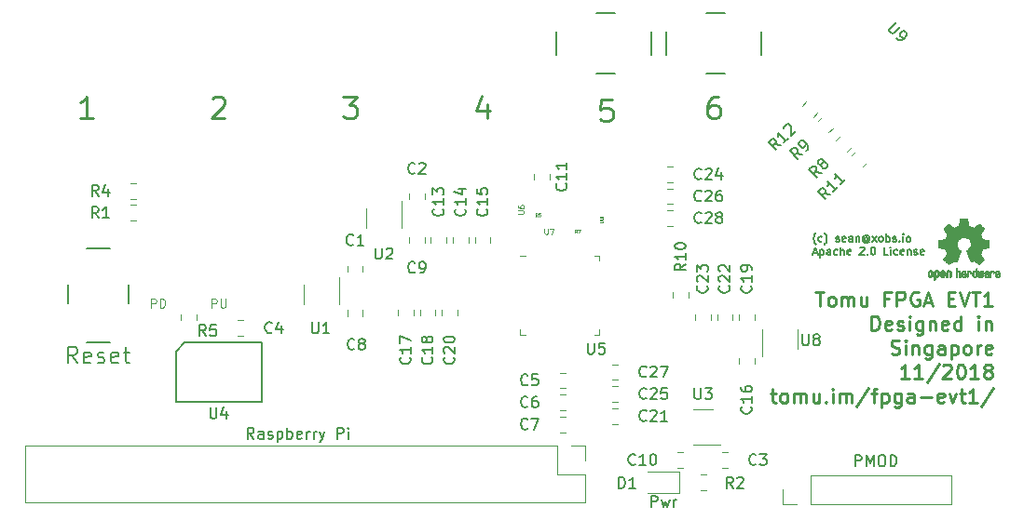
<source format=gto>
G04 #@! TF.GenerationSoftware,KiCad,Pcbnew,(5.0.0)*
G04 #@! TF.CreationDate,2018-11-02T13:45:18+08:00*
G04 #@! TF.ProjectId,tomu-fpga,746F6D752D667067612E6B696361645F,rev?*
G04 #@! TF.SameCoordinates,Original*
G04 #@! TF.FileFunction,Legend,Top*
G04 #@! TF.FilePolarity,Positive*
%FSLAX46Y46*%
G04 Gerber Fmt 4.6, Leading zero omitted, Abs format (unit mm)*
G04 Created by KiCad (PCBNEW (5.0.0)) date 11/02/18 13:45:18*
%MOMM*%
%LPD*%
G01*
G04 APERTURE LIST*
%ADD10C,0.150000*%
%ADD11C,0.250000*%
%ADD12C,0.200000*%
%ADD13C,0.100000*%
%ADD14C,0.120000*%
%ADD15C,0.010000*%
%ADD16C,0.050000*%
%ADD17C,0.075000*%
G04 APERTURE END LIST*
D10*
X97264166Y-55383333D02*
X97230833Y-55350000D01*
X97164166Y-55250000D01*
X97130833Y-55183333D01*
X97097500Y-55083333D01*
X97064166Y-54916666D01*
X97064166Y-54783333D01*
X97097500Y-54616666D01*
X97130833Y-54516666D01*
X97164166Y-54450000D01*
X97230833Y-54350000D01*
X97264166Y-54316666D01*
X97830833Y-55083333D02*
X97764166Y-55116666D01*
X97630833Y-55116666D01*
X97564166Y-55083333D01*
X97530833Y-55050000D01*
X97497500Y-54983333D01*
X97497500Y-54783333D01*
X97530833Y-54716666D01*
X97564166Y-54683333D01*
X97630833Y-54650000D01*
X97764166Y-54650000D01*
X97830833Y-54683333D01*
X98064166Y-55383333D02*
X98097500Y-55350000D01*
X98164166Y-55250000D01*
X98197500Y-55183333D01*
X98230833Y-55083333D01*
X98264166Y-54916666D01*
X98264166Y-54783333D01*
X98230833Y-54616666D01*
X98197500Y-54516666D01*
X98164166Y-54450000D01*
X98097500Y-54350000D01*
X98064166Y-54316666D01*
X99097500Y-55083333D02*
X99164166Y-55116666D01*
X99297500Y-55116666D01*
X99364166Y-55083333D01*
X99397500Y-55016666D01*
X99397500Y-54983333D01*
X99364166Y-54916666D01*
X99297500Y-54883333D01*
X99197500Y-54883333D01*
X99130833Y-54850000D01*
X99097500Y-54783333D01*
X99097500Y-54750000D01*
X99130833Y-54683333D01*
X99197500Y-54650000D01*
X99297500Y-54650000D01*
X99364166Y-54683333D01*
X99964166Y-55083333D02*
X99897500Y-55116666D01*
X99764166Y-55116666D01*
X99697500Y-55083333D01*
X99664166Y-55016666D01*
X99664166Y-54750000D01*
X99697500Y-54683333D01*
X99764166Y-54650000D01*
X99897500Y-54650000D01*
X99964166Y-54683333D01*
X99997500Y-54750000D01*
X99997500Y-54816666D01*
X99664166Y-54883333D01*
X100597500Y-55116666D02*
X100597500Y-54750000D01*
X100564166Y-54683333D01*
X100497500Y-54650000D01*
X100364166Y-54650000D01*
X100297500Y-54683333D01*
X100597500Y-55083333D02*
X100530833Y-55116666D01*
X100364166Y-55116666D01*
X100297500Y-55083333D01*
X100264166Y-55016666D01*
X100264166Y-54950000D01*
X100297500Y-54883333D01*
X100364166Y-54850000D01*
X100530833Y-54850000D01*
X100597500Y-54816666D01*
X100930833Y-54650000D02*
X100930833Y-55116666D01*
X100930833Y-54716666D02*
X100964166Y-54683333D01*
X101030833Y-54650000D01*
X101130833Y-54650000D01*
X101197500Y-54683333D01*
X101230833Y-54750000D01*
X101230833Y-55116666D01*
X101997500Y-54783333D02*
X101964166Y-54750000D01*
X101897500Y-54716666D01*
X101830833Y-54716666D01*
X101764166Y-54750000D01*
X101730833Y-54783333D01*
X101697500Y-54850000D01*
X101697500Y-54916666D01*
X101730833Y-54983333D01*
X101764166Y-55016666D01*
X101830833Y-55050000D01*
X101897500Y-55050000D01*
X101964166Y-55016666D01*
X101997500Y-54983333D01*
X101997500Y-54716666D02*
X101997500Y-54983333D01*
X102030833Y-55016666D01*
X102064166Y-55016666D01*
X102130833Y-54983333D01*
X102164166Y-54916666D01*
X102164166Y-54750000D01*
X102097500Y-54650000D01*
X101997500Y-54583333D01*
X101864166Y-54550000D01*
X101730833Y-54583333D01*
X101630833Y-54650000D01*
X101564166Y-54750000D01*
X101530833Y-54883333D01*
X101564166Y-55016666D01*
X101630833Y-55116666D01*
X101730833Y-55183333D01*
X101864166Y-55216666D01*
X101997500Y-55183333D01*
X102097500Y-55116666D01*
X102397500Y-55116666D02*
X102764166Y-54650000D01*
X102397500Y-54650000D02*
X102764166Y-55116666D01*
X103130833Y-55116666D02*
X103064166Y-55083333D01*
X103030833Y-55050000D01*
X102997500Y-54983333D01*
X102997500Y-54783333D01*
X103030833Y-54716666D01*
X103064166Y-54683333D01*
X103130833Y-54650000D01*
X103230833Y-54650000D01*
X103297500Y-54683333D01*
X103330833Y-54716666D01*
X103364166Y-54783333D01*
X103364166Y-54983333D01*
X103330833Y-55050000D01*
X103297500Y-55083333D01*
X103230833Y-55116666D01*
X103130833Y-55116666D01*
X103664166Y-55116666D02*
X103664166Y-54416666D01*
X103664166Y-54683333D02*
X103730833Y-54650000D01*
X103864166Y-54650000D01*
X103930833Y-54683333D01*
X103964166Y-54716666D01*
X103997500Y-54783333D01*
X103997500Y-54983333D01*
X103964166Y-55050000D01*
X103930833Y-55083333D01*
X103864166Y-55116666D01*
X103730833Y-55116666D01*
X103664166Y-55083333D01*
X104264166Y-55083333D02*
X104330833Y-55116666D01*
X104464166Y-55116666D01*
X104530833Y-55083333D01*
X104564166Y-55016666D01*
X104564166Y-54983333D01*
X104530833Y-54916666D01*
X104464166Y-54883333D01*
X104364166Y-54883333D01*
X104297500Y-54850000D01*
X104264166Y-54783333D01*
X104264166Y-54750000D01*
X104297500Y-54683333D01*
X104364166Y-54650000D01*
X104464166Y-54650000D01*
X104530833Y-54683333D01*
X104864166Y-55050000D02*
X104897500Y-55083333D01*
X104864166Y-55116666D01*
X104830833Y-55083333D01*
X104864166Y-55050000D01*
X104864166Y-55116666D01*
X105197500Y-55116666D02*
X105197500Y-54650000D01*
X105197500Y-54416666D02*
X105164166Y-54450000D01*
X105197500Y-54483333D01*
X105230833Y-54450000D01*
X105197500Y-54416666D01*
X105197500Y-54483333D01*
X105630833Y-55116666D02*
X105564166Y-55083333D01*
X105530833Y-55050000D01*
X105497500Y-54983333D01*
X105497500Y-54783333D01*
X105530833Y-54716666D01*
X105564166Y-54683333D01*
X105630833Y-54650000D01*
X105730833Y-54650000D01*
X105797500Y-54683333D01*
X105830833Y-54716666D01*
X105864166Y-54783333D01*
X105864166Y-54983333D01*
X105830833Y-55050000D01*
X105797500Y-55083333D01*
X105730833Y-55116666D01*
X105630833Y-55116666D01*
X97030833Y-56116666D02*
X97364166Y-56116666D01*
X96964166Y-56316666D02*
X97197500Y-55616666D01*
X97430833Y-56316666D01*
X97664166Y-55850000D02*
X97664166Y-56550000D01*
X97664166Y-55883333D02*
X97730833Y-55850000D01*
X97864166Y-55850000D01*
X97930833Y-55883333D01*
X97964166Y-55916666D01*
X97997500Y-55983333D01*
X97997500Y-56183333D01*
X97964166Y-56250000D01*
X97930833Y-56283333D01*
X97864166Y-56316666D01*
X97730833Y-56316666D01*
X97664166Y-56283333D01*
X98597500Y-56316666D02*
X98597500Y-55950000D01*
X98564166Y-55883333D01*
X98497500Y-55850000D01*
X98364166Y-55850000D01*
X98297500Y-55883333D01*
X98597500Y-56283333D02*
X98530833Y-56316666D01*
X98364166Y-56316666D01*
X98297500Y-56283333D01*
X98264166Y-56216666D01*
X98264166Y-56150000D01*
X98297500Y-56083333D01*
X98364166Y-56050000D01*
X98530833Y-56050000D01*
X98597500Y-56016666D01*
X99230833Y-56283333D02*
X99164166Y-56316666D01*
X99030833Y-56316666D01*
X98964166Y-56283333D01*
X98930833Y-56250000D01*
X98897500Y-56183333D01*
X98897500Y-55983333D01*
X98930833Y-55916666D01*
X98964166Y-55883333D01*
X99030833Y-55850000D01*
X99164166Y-55850000D01*
X99230833Y-55883333D01*
X99530833Y-56316666D02*
X99530833Y-55616666D01*
X99830833Y-56316666D02*
X99830833Y-55950000D01*
X99797500Y-55883333D01*
X99730833Y-55850000D01*
X99630833Y-55850000D01*
X99564166Y-55883333D01*
X99530833Y-55916666D01*
X100430833Y-56283333D02*
X100364166Y-56316666D01*
X100230833Y-56316666D01*
X100164166Y-56283333D01*
X100130833Y-56216666D01*
X100130833Y-55950000D01*
X100164166Y-55883333D01*
X100230833Y-55850000D01*
X100364166Y-55850000D01*
X100430833Y-55883333D01*
X100464166Y-55950000D01*
X100464166Y-56016666D01*
X100130833Y-56083333D01*
X101264166Y-55683333D02*
X101297500Y-55650000D01*
X101364166Y-55616666D01*
X101530833Y-55616666D01*
X101597500Y-55650000D01*
X101630833Y-55683333D01*
X101664166Y-55750000D01*
X101664166Y-55816666D01*
X101630833Y-55916666D01*
X101230833Y-56316666D01*
X101664166Y-56316666D01*
X101964166Y-56250000D02*
X101997500Y-56283333D01*
X101964166Y-56316666D01*
X101930833Y-56283333D01*
X101964166Y-56250000D01*
X101964166Y-56316666D01*
X102430833Y-55616666D02*
X102497500Y-55616666D01*
X102564166Y-55650000D01*
X102597500Y-55683333D01*
X102630833Y-55750000D01*
X102664166Y-55883333D01*
X102664166Y-56050000D01*
X102630833Y-56183333D01*
X102597500Y-56250000D01*
X102564166Y-56283333D01*
X102497500Y-56316666D01*
X102430833Y-56316666D01*
X102364166Y-56283333D01*
X102330833Y-56250000D01*
X102297500Y-56183333D01*
X102264166Y-56050000D01*
X102264166Y-55883333D01*
X102297500Y-55750000D01*
X102330833Y-55683333D01*
X102364166Y-55650000D01*
X102430833Y-55616666D01*
X103830833Y-56316666D02*
X103497500Y-56316666D01*
X103497500Y-55616666D01*
X104064166Y-56316666D02*
X104064166Y-55850000D01*
X104064166Y-55616666D02*
X104030833Y-55650000D01*
X104064166Y-55683333D01*
X104097500Y-55650000D01*
X104064166Y-55616666D01*
X104064166Y-55683333D01*
X104697500Y-56283333D02*
X104630833Y-56316666D01*
X104497500Y-56316666D01*
X104430833Y-56283333D01*
X104397500Y-56250000D01*
X104364166Y-56183333D01*
X104364166Y-55983333D01*
X104397500Y-55916666D01*
X104430833Y-55883333D01*
X104497500Y-55850000D01*
X104630833Y-55850000D01*
X104697500Y-55883333D01*
X105264166Y-56283333D02*
X105197500Y-56316666D01*
X105064166Y-56316666D01*
X104997500Y-56283333D01*
X104964166Y-56216666D01*
X104964166Y-55950000D01*
X104997500Y-55883333D01*
X105064166Y-55850000D01*
X105197500Y-55850000D01*
X105264166Y-55883333D01*
X105297500Y-55950000D01*
X105297500Y-56016666D01*
X104964166Y-56083333D01*
X105597500Y-55850000D02*
X105597500Y-56316666D01*
X105597500Y-55916666D02*
X105630833Y-55883333D01*
X105697500Y-55850000D01*
X105797500Y-55850000D01*
X105864166Y-55883333D01*
X105897500Y-55950000D01*
X105897500Y-56316666D01*
X106197500Y-56283333D02*
X106264166Y-56316666D01*
X106397500Y-56316666D01*
X106464166Y-56283333D01*
X106497500Y-56216666D01*
X106497500Y-56183333D01*
X106464166Y-56116666D01*
X106397500Y-56083333D01*
X106297500Y-56083333D01*
X106230833Y-56050000D01*
X106197500Y-55983333D01*
X106197500Y-55950000D01*
X106230833Y-55883333D01*
X106297500Y-55850000D01*
X106397500Y-55850000D01*
X106464166Y-55883333D01*
X107064166Y-56283333D02*
X106997500Y-56316666D01*
X106864166Y-56316666D01*
X106797500Y-56283333D01*
X106764166Y-56216666D01*
X106764166Y-55950000D01*
X106797500Y-55883333D01*
X106864166Y-55850000D01*
X106997500Y-55850000D01*
X107064166Y-55883333D01*
X107097500Y-55950000D01*
X107097500Y-56016666D01*
X106764166Y-56083333D01*
D11*
X97256547Y-59688095D02*
X97999404Y-59688095D01*
X97627976Y-60988095D02*
X97627976Y-59688095D01*
X98618452Y-60988095D02*
X98494642Y-60926190D01*
X98432738Y-60864285D01*
X98370833Y-60740476D01*
X98370833Y-60369047D01*
X98432738Y-60245238D01*
X98494642Y-60183333D01*
X98618452Y-60121428D01*
X98804166Y-60121428D01*
X98927976Y-60183333D01*
X98989880Y-60245238D01*
X99051785Y-60369047D01*
X99051785Y-60740476D01*
X98989880Y-60864285D01*
X98927976Y-60926190D01*
X98804166Y-60988095D01*
X98618452Y-60988095D01*
X99608928Y-60988095D02*
X99608928Y-60121428D01*
X99608928Y-60245238D02*
X99670833Y-60183333D01*
X99794642Y-60121428D01*
X99980357Y-60121428D01*
X100104166Y-60183333D01*
X100166071Y-60307142D01*
X100166071Y-60988095D01*
X100166071Y-60307142D02*
X100227976Y-60183333D01*
X100351785Y-60121428D01*
X100537500Y-60121428D01*
X100661309Y-60183333D01*
X100723214Y-60307142D01*
X100723214Y-60988095D01*
X101899404Y-60121428D02*
X101899404Y-60988095D01*
X101342261Y-60121428D02*
X101342261Y-60802380D01*
X101404166Y-60926190D01*
X101527976Y-60988095D01*
X101713690Y-60988095D01*
X101837500Y-60926190D01*
X101899404Y-60864285D01*
X103942261Y-60307142D02*
X103508928Y-60307142D01*
X103508928Y-60988095D02*
X103508928Y-59688095D01*
X104127976Y-59688095D01*
X104623214Y-60988095D02*
X104623214Y-59688095D01*
X105118452Y-59688095D01*
X105242261Y-59750000D01*
X105304166Y-59811904D01*
X105366071Y-59935714D01*
X105366071Y-60121428D01*
X105304166Y-60245238D01*
X105242261Y-60307142D01*
X105118452Y-60369047D01*
X104623214Y-60369047D01*
X106604166Y-59750000D02*
X106480357Y-59688095D01*
X106294642Y-59688095D01*
X106108928Y-59750000D01*
X105985119Y-59873809D01*
X105923214Y-59997619D01*
X105861309Y-60245238D01*
X105861309Y-60430952D01*
X105923214Y-60678571D01*
X105985119Y-60802380D01*
X106108928Y-60926190D01*
X106294642Y-60988095D01*
X106418452Y-60988095D01*
X106604166Y-60926190D01*
X106666071Y-60864285D01*
X106666071Y-60430952D01*
X106418452Y-60430952D01*
X107161309Y-60616666D02*
X107780357Y-60616666D01*
X107037500Y-60988095D02*
X107470833Y-59688095D01*
X107904166Y-60988095D01*
X109327976Y-60307142D02*
X109761309Y-60307142D01*
X109947023Y-60988095D02*
X109327976Y-60988095D01*
X109327976Y-59688095D01*
X109947023Y-59688095D01*
X110318452Y-59688095D02*
X110751785Y-60988095D01*
X111185119Y-59688095D01*
X111432738Y-59688095D02*
X112175595Y-59688095D01*
X111804166Y-60988095D02*
X111804166Y-59688095D01*
X113289880Y-60988095D02*
X112547023Y-60988095D01*
X112918452Y-60988095D02*
X112918452Y-59688095D01*
X112794642Y-59873809D01*
X112670833Y-59997619D01*
X112547023Y-60059523D01*
X102332738Y-63188095D02*
X102332738Y-61888095D01*
X102642261Y-61888095D01*
X102827976Y-61950000D01*
X102951785Y-62073809D01*
X103013690Y-62197619D01*
X103075595Y-62445238D01*
X103075595Y-62630952D01*
X103013690Y-62878571D01*
X102951785Y-63002380D01*
X102827976Y-63126190D01*
X102642261Y-63188095D01*
X102332738Y-63188095D01*
X104127976Y-63126190D02*
X104004166Y-63188095D01*
X103756547Y-63188095D01*
X103632738Y-63126190D01*
X103570833Y-63002380D01*
X103570833Y-62507142D01*
X103632738Y-62383333D01*
X103756547Y-62321428D01*
X104004166Y-62321428D01*
X104127976Y-62383333D01*
X104189880Y-62507142D01*
X104189880Y-62630952D01*
X103570833Y-62754761D01*
X104685119Y-63126190D02*
X104808928Y-63188095D01*
X105056547Y-63188095D01*
X105180357Y-63126190D01*
X105242261Y-63002380D01*
X105242261Y-62940476D01*
X105180357Y-62816666D01*
X105056547Y-62754761D01*
X104870833Y-62754761D01*
X104747023Y-62692857D01*
X104685119Y-62569047D01*
X104685119Y-62507142D01*
X104747023Y-62383333D01*
X104870833Y-62321428D01*
X105056547Y-62321428D01*
X105180357Y-62383333D01*
X105799404Y-63188095D02*
X105799404Y-62321428D01*
X105799404Y-61888095D02*
X105737500Y-61950000D01*
X105799404Y-62011904D01*
X105861309Y-61950000D01*
X105799404Y-61888095D01*
X105799404Y-62011904D01*
X106975595Y-62321428D02*
X106975595Y-63373809D01*
X106913690Y-63497619D01*
X106851785Y-63559523D01*
X106727976Y-63621428D01*
X106542261Y-63621428D01*
X106418452Y-63559523D01*
X106975595Y-63126190D02*
X106851785Y-63188095D01*
X106604166Y-63188095D01*
X106480357Y-63126190D01*
X106418452Y-63064285D01*
X106356547Y-62940476D01*
X106356547Y-62569047D01*
X106418452Y-62445238D01*
X106480357Y-62383333D01*
X106604166Y-62321428D01*
X106851785Y-62321428D01*
X106975595Y-62383333D01*
X107594642Y-62321428D02*
X107594642Y-63188095D01*
X107594642Y-62445238D02*
X107656547Y-62383333D01*
X107780357Y-62321428D01*
X107966071Y-62321428D01*
X108089880Y-62383333D01*
X108151785Y-62507142D01*
X108151785Y-63188095D01*
X109266071Y-63126190D02*
X109142261Y-63188095D01*
X108894642Y-63188095D01*
X108770833Y-63126190D01*
X108708928Y-63002380D01*
X108708928Y-62507142D01*
X108770833Y-62383333D01*
X108894642Y-62321428D01*
X109142261Y-62321428D01*
X109266071Y-62383333D01*
X109327976Y-62507142D01*
X109327976Y-62630952D01*
X108708928Y-62754761D01*
X110442261Y-63188095D02*
X110442261Y-61888095D01*
X110442261Y-63126190D02*
X110318452Y-63188095D01*
X110070833Y-63188095D01*
X109947023Y-63126190D01*
X109885119Y-63064285D01*
X109823214Y-62940476D01*
X109823214Y-62569047D01*
X109885119Y-62445238D01*
X109947023Y-62383333D01*
X110070833Y-62321428D01*
X110318452Y-62321428D01*
X110442261Y-62383333D01*
X112051785Y-63188095D02*
X112051785Y-62321428D01*
X112051785Y-61888095D02*
X111989880Y-61950000D01*
X112051785Y-62011904D01*
X112113690Y-61950000D01*
X112051785Y-61888095D01*
X112051785Y-62011904D01*
X112670833Y-62321428D02*
X112670833Y-63188095D01*
X112670833Y-62445238D02*
X112732738Y-62383333D01*
X112856547Y-62321428D01*
X113042261Y-62321428D01*
X113166071Y-62383333D01*
X113227976Y-62507142D01*
X113227976Y-63188095D01*
X104127976Y-65326190D02*
X104313690Y-65388095D01*
X104623214Y-65388095D01*
X104747023Y-65326190D01*
X104808928Y-65264285D01*
X104870833Y-65140476D01*
X104870833Y-65016666D01*
X104808928Y-64892857D01*
X104747023Y-64830952D01*
X104623214Y-64769047D01*
X104375595Y-64707142D01*
X104251785Y-64645238D01*
X104189880Y-64583333D01*
X104127976Y-64459523D01*
X104127976Y-64335714D01*
X104189880Y-64211904D01*
X104251785Y-64150000D01*
X104375595Y-64088095D01*
X104685119Y-64088095D01*
X104870833Y-64150000D01*
X105427976Y-65388095D02*
X105427976Y-64521428D01*
X105427976Y-64088095D02*
X105366071Y-64150000D01*
X105427976Y-64211904D01*
X105489880Y-64150000D01*
X105427976Y-64088095D01*
X105427976Y-64211904D01*
X106047023Y-64521428D02*
X106047023Y-65388095D01*
X106047023Y-64645238D02*
X106108928Y-64583333D01*
X106232738Y-64521428D01*
X106418452Y-64521428D01*
X106542261Y-64583333D01*
X106604166Y-64707142D01*
X106604166Y-65388095D01*
X107780357Y-64521428D02*
X107780357Y-65573809D01*
X107718452Y-65697619D01*
X107656547Y-65759523D01*
X107532738Y-65821428D01*
X107347023Y-65821428D01*
X107223214Y-65759523D01*
X107780357Y-65326190D02*
X107656547Y-65388095D01*
X107408928Y-65388095D01*
X107285119Y-65326190D01*
X107223214Y-65264285D01*
X107161309Y-65140476D01*
X107161309Y-64769047D01*
X107223214Y-64645238D01*
X107285119Y-64583333D01*
X107408928Y-64521428D01*
X107656547Y-64521428D01*
X107780357Y-64583333D01*
X108956547Y-65388095D02*
X108956547Y-64707142D01*
X108894642Y-64583333D01*
X108770833Y-64521428D01*
X108523214Y-64521428D01*
X108399404Y-64583333D01*
X108956547Y-65326190D02*
X108832738Y-65388095D01*
X108523214Y-65388095D01*
X108399404Y-65326190D01*
X108337500Y-65202380D01*
X108337500Y-65078571D01*
X108399404Y-64954761D01*
X108523214Y-64892857D01*
X108832738Y-64892857D01*
X108956547Y-64830952D01*
X109575595Y-64521428D02*
X109575595Y-65821428D01*
X109575595Y-64583333D02*
X109699404Y-64521428D01*
X109947023Y-64521428D01*
X110070833Y-64583333D01*
X110132738Y-64645238D01*
X110194642Y-64769047D01*
X110194642Y-65140476D01*
X110132738Y-65264285D01*
X110070833Y-65326190D01*
X109947023Y-65388095D01*
X109699404Y-65388095D01*
X109575595Y-65326190D01*
X110937500Y-65388095D02*
X110813690Y-65326190D01*
X110751785Y-65264285D01*
X110689880Y-65140476D01*
X110689880Y-64769047D01*
X110751785Y-64645238D01*
X110813690Y-64583333D01*
X110937500Y-64521428D01*
X111123214Y-64521428D01*
X111247023Y-64583333D01*
X111308928Y-64645238D01*
X111370833Y-64769047D01*
X111370833Y-65140476D01*
X111308928Y-65264285D01*
X111247023Y-65326190D01*
X111123214Y-65388095D01*
X110937500Y-65388095D01*
X111927976Y-65388095D02*
X111927976Y-64521428D01*
X111927976Y-64769047D02*
X111989880Y-64645238D01*
X112051785Y-64583333D01*
X112175595Y-64521428D01*
X112299404Y-64521428D01*
X113227976Y-65326190D02*
X113104166Y-65388095D01*
X112856547Y-65388095D01*
X112732738Y-65326190D01*
X112670833Y-65202380D01*
X112670833Y-64707142D01*
X112732738Y-64583333D01*
X112856547Y-64521428D01*
X113104166Y-64521428D01*
X113227976Y-64583333D01*
X113289880Y-64707142D01*
X113289880Y-64830952D01*
X112670833Y-64954761D01*
X105737500Y-67588095D02*
X104994642Y-67588095D01*
X105366071Y-67588095D02*
X105366071Y-66288095D01*
X105242261Y-66473809D01*
X105118452Y-66597619D01*
X104994642Y-66659523D01*
X106975595Y-67588095D02*
X106232738Y-67588095D01*
X106604166Y-67588095D02*
X106604166Y-66288095D01*
X106480357Y-66473809D01*
X106356547Y-66597619D01*
X106232738Y-66659523D01*
X108461309Y-66226190D02*
X107347023Y-67897619D01*
X108832738Y-66411904D02*
X108894642Y-66350000D01*
X109018452Y-66288095D01*
X109327976Y-66288095D01*
X109451785Y-66350000D01*
X109513690Y-66411904D01*
X109575595Y-66535714D01*
X109575595Y-66659523D01*
X109513690Y-66845238D01*
X108770833Y-67588095D01*
X109575595Y-67588095D01*
X110380357Y-66288095D02*
X110504166Y-66288095D01*
X110627976Y-66350000D01*
X110689880Y-66411904D01*
X110751785Y-66535714D01*
X110813690Y-66783333D01*
X110813690Y-67092857D01*
X110751785Y-67340476D01*
X110689880Y-67464285D01*
X110627976Y-67526190D01*
X110504166Y-67588095D01*
X110380357Y-67588095D01*
X110256547Y-67526190D01*
X110194642Y-67464285D01*
X110132738Y-67340476D01*
X110070833Y-67092857D01*
X110070833Y-66783333D01*
X110132738Y-66535714D01*
X110194642Y-66411904D01*
X110256547Y-66350000D01*
X110380357Y-66288095D01*
X112051785Y-67588095D02*
X111308928Y-67588095D01*
X111680357Y-67588095D02*
X111680357Y-66288095D01*
X111556547Y-66473809D01*
X111432738Y-66597619D01*
X111308928Y-66659523D01*
X112794642Y-66845238D02*
X112670833Y-66783333D01*
X112608928Y-66721428D01*
X112547023Y-66597619D01*
X112547023Y-66535714D01*
X112608928Y-66411904D01*
X112670833Y-66350000D01*
X112794642Y-66288095D01*
X113042261Y-66288095D01*
X113166071Y-66350000D01*
X113227976Y-66411904D01*
X113289880Y-66535714D01*
X113289880Y-66597619D01*
X113227976Y-66721428D01*
X113166071Y-66783333D01*
X113042261Y-66845238D01*
X112794642Y-66845238D01*
X112670833Y-66907142D01*
X112608928Y-66969047D01*
X112547023Y-67092857D01*
X112547023Y-67340476D01*
X112608928Y-67464285D01*
X112670833Y-67526190D01*
X112794642Y-67588095D01*
X113042261Y-67588095D01*
X113166071Y-67526190D01*
X113227976Y-67464285D01*
X113289880Y-67340476D01*
X113289880Y-67092857D01*
X113227976Y-66969047D01*
X113166071Y-66907142D01*
X113042261Y-66845238D01*
X93170833Y-68921428D02*
X93666071Y-68921428D01*
X93356547Y-68488095D02*
X93356547Y-69602380D01*
X93418452Y-69726190D01*
X93542261Y-69788095D01*
X93666071Y-69788095D01*
X94285119Y-69788095D02*
X94161309Y-69726190D01*
X94099404Y-69664285D01*
X94037500Y-69540476D01*
X94037500Y-69169047D01*
X94099404Y-69045238D01*
X94161309Y-68983333D01*
X94285119Y-68921428D01*
X94470833Y-68921428D01*
X94594642Y-68983333D01*
X94656547Y-69045238D01*
X94718452Y-69169047D01*
X94718452Y-69540476D01*
X94656547Y-69664285D01*
X94594642Y-69726190D01*
X94470833Y-69788095D01*
X94285119Y-69788095D01*
X95275595Y-69788095D02*
X95275595Y-68921428D01*
X95275595Y-69045238D02*
X95337500Y-68983333D01*
X95461309Y-68921428D01*
X95647023Y-68921428D01*
X95770833Y-68983333D01*
X95832738Y-69107142D01*
X95832738Y-69788095D01*
X95832738Y-69107142D02*
X95894642Y-68983333D01*
X96018452Y-68921428D01*
X96204166Y-68921428D01*
X96327976Y-68983333D01*
X96389880Y-69107142D01*
X96389880Y-69788095D01*
X97566071Y-68921428D02*
X97566071Y-69788095D01*
X97008928Y-68921428D02*
X97008928Y-69602380D01*
X97070833Y-69726190D01*
X97194642Y-69788095D01*
X97380357Y-69788095D01*
X97504166Y-69726190D01*
X97566071Y-69664285D01*
X98185119Y-69664285D02*
X98247023Y-69726190D01*
X98185119Y-69788095D01*
X98123214Y-69726190D01*
X98185119Y-69664285D01*
X98185119Y-69788095D01*
X98804166Y-69788095D02*
X98804166Y-68921428D01*
X98804166Y-68488095D02*
X98742261Y-68550000D01*
X98804166Y-68611904D01*
X98866071Y-68550000D01*
X98804166Y-68488095D01*
X98804166Y-68611904D01*
X99423214Y-69788095D02*
X99423214Y-68921428D01*
X99423214Y-69045238D02*
X99485119Y-68983333D01*
X99608928Y-68921428D01*
X99794642Y-68921428D01*
X99918452Y-68983333D01*
X99980357Y-69107142D01*
X99980357Y-69788095D01*
X99980357Y-69107142D02*
X100042261Y-68983333D01*
X100166071Y-68921428D01*
X100351785Y-68921428D01*
X100475595Y-68983333D01*
X100537500Y-69107142D01*
X100537500Y-69788095D01*
X102085119Y-68426190D02*
X100970833Y-70097619D01*
X102332738Y-68921428D02*
X102827976Y-68921428D01*
X102518452Y-69788095D02*
X102518452Y-68673809D01*
X102580357Y-68550000D01*
X102704166Y-68488095D01*
X102827976Y-68488095D01*
X103261309Y-68921428D02*
X103261309Y-70221428D01*
X103261309Y-68983333D02*
X103385119Y-68921428D01*
X103632738Y-68921428D01*
X103756547Y-68983333D01*
X103818452Y-69045238D01*
X103880357Y-69169047D01*
X103880357Y-69540476D01*
X103818452Y-69664285D01*
X103756547Y-69726190D01*
X103632738Y-69788095D01*
X103385119Y-69788095D01*
X103261309Y-69726190D01*
X104994642Y-68921428D02*
X104994642Y-69973809D01*
X104932738Y-70097619D01*
X104870833Y-70159523D01*
X104747023Y-70221428D01*
X104561309Y-70221428D01*
X104437500Y-70159523D01*
X104994642Y-69726190D02*
X104870833Y-69788095D01*
X104623214Y-69788095D01*
X104499404Y-69726190D01*
X104437500Y-69664285D01*
X104375595Y-69540476D01*
X104375595Y-69169047D01*
X104437500Y-69045238D01*
X104499404Y-68983333D01*
X104623214Y-68921428D01*
X104870833Y-68921428D01*
X104994642Y-68983333D01*
X106170833Y-69788095D02*
X106170833Y-69107142D01*
X106108928Y-68983333D01*
X105985119Y-68921428D01*
X105737500Y-68921428D01*
X105613690Y-68983333D01*
X106170833Y-69726190D02*
X106047023Y-69788095D01*
X105737500Y-69788095D01*
X105613690Y-69726190D01*
X105551785Y-69602380D01*
X105551785Y-69478571D01*
X105613690Y-69354761D01*
X105737500Y-69292857D01*
X106047023Y-69292857D01*
X106170833Y-69230952D01*
X106789880Y-69292857D02*
X107780357Y-69292857D01*
X108894642Y-69726190D02*
X108770833Y-69788095D01*
X108523214Y-69788095D01*
X108399404Y-69726190D01*
X108337500Y-69602380D01*
X108337500Y-69107142D01*
X108399404Y-68983333D01*
X108523214Y-68921428D01*
X108770833Y-68921428D01*
X108894642Y-68983333D01*
X108956547Y-69107142D01*
X108956547Y-69230952D01*
X108337500Y-69354761D01*
X109389880Y-68921428D02*
X109699404Y-69788095D01*
X110008928Y-68921428D01*
X110318452Y-68921428D02*
X110813690Y-68921428D01*
X110504166Y-68488095D02*
X110504166Y-69602380D01*
X110566071Y-69726190D01*
X110689880Y-69788095D01*
X110813690Y-69788095D01*
X111927976Y-69788095D02*
X111185119Y-69788095D01*
X111556547Y-69788095D02*
X111556547Y-68488095D01*
X111432738Y-68673809D01*
X111308928Y-68797619D01*
X111185119Y-68859523D01*
X113413690Y-68426190D02*
X112299404Y-70097619D01*
D12*
X46200000Y-73052380D02*
X45866666Y-72576190D01*
X45628571Y-73052380D02*
X45628571Y-72052380D01*
X46009523Y-72052380D01*
X46104761Y-72100000D01*
X46152380Y-72147619D01*
X46200000Y-72242857D01*
X46200000Y-72385714D01*
X46152380Y-72480952D01*
X46104761Y-72528571D01*
X46009523Y-72576190D01*
X45628571Y-72576190D01*
X47057142Y-73052380D02*
X47057142Y-72528571D01*
X47009523Y-72433333D01*
X46914285Y-72385714D01*
X46723809Y-72385714D01*
X46628571Y-72433333D01*
X47057142Y-73004761D02*
X46961904Y-73052380D01*
X46723809Y-73052380D01*
X46628571Y-73004761D01*
X46580952Y-72909523D01*
X46580952Y-72814285D01*
X46628571Y-72719047D01*
X46723809Y-72671428D01*
X46961904Y-72671428D01*
X47057142Y-72623809D01*
X47485714Y-73004761D02*
X47580952Y-73052380D01*
X47771428Y-73052380D01*
X47866666Y-73004761D01*
X47914285Y-72909523D01*
X47914285Y-72861904D01*
X47866666Y-72766666D01*
X47771428Y-72719047D01*
X47628571Y-72719047D01*
X47533333Y-72671428D01*
X47485714Y-72576190D01*
X47485714Y-72528571D01*
X47533333Y-72433333D01*
X47628571Y-72385714D01*
X47771428Y-72385714D01*
X47866666Y-72433333D01*
X48342857Y-72385714D02*
X48342857Y-73385714D01*
X48342857Y-72433333D02*
X48438095Y-72385714D01*
X48628571Y-72385714D01*
X48723809Y-72433333D01*
X48771428Y-72480952D01*
X48819047Y-72576190D01*
X48819047Y-72861904D01*
X48771428Y-72957142D01*
X48723809Y-73004761D01*
X48628571Y-73052380D01*
X48438095Y-73052380D01*
X48342857Y-73004761D01*
X49247619Y-73052380D02*
X49247619Y-72052380D01*
X49247619Y-72433333D02*
X49342857Y-72385714D01*
X49533333Y-72385714D01*
X49628571Y-72433333D01*
X49676190Y-72480952D01*
X49723809Y-72576190D01*
X49723809Y-72861904D01*
X49676190Y-72957142D01*
X49628571Y-73004761D01*
X49533333Y-73052380D01*
X49342857Y-73052380D01*
X49247619Y-73004761D01*
X50533333Y-73004761D02*
X50438095Y-73052380D01*
X50247619Y-73052380D01*
X50152380Y-73004761D01*
X50104761Y-72909523D01*
X50104761Y-72528571D01*
X50152380Y-72433333D01*
X50247619Y-72385714D01*
X50438095Y-72385714D01*
X50533333Y-72433333D01*
X50580952Y-72528571D01*
X50580952Y-72623809D01*
X50104761Y-72719047D01*
X51009523Y-73052380D02*
X51009523Y-72385714D01*
X51009523Y-72576190D02*
X51057142Y-72480952D01*
X51104761Y-72433333D01*
X51200000Y-72385714D01*
X51295238Y-72385714D01*
X51628571Y-73052380D02*
X51628571Y-72385714D01*
X51628571Y-72576190D02*
X51676190Y-72480952D01*
X51723809Y-72433333D01*
X51819047Y-72385714D01*
X51914285Y-72385714D01*
X52152380Y-72385714D02*
X52390476Y-73052380D01*
X52628571Y-72385714D02*
X52390476Y-73052380D01*
X52295238Y-73290476D01*
X52247619Y-73338095D01*
X52152380Y-73385714D01*
X53771428Y-73052380D02*
X53771428Y-72052380D01*
X54152380Y-72052380D01*
X54247619Y-72100000D01*
X54295238Y-72147619D01*
X54342857Y-72242857D01*
X54342857Y-72385714D01*
X54295238Y-72480952D01*
X54247619Y-72528571D01*
X54152380Y-72576190D01*
X53771428Y-72576190D01*
X54771428Y-73052380D02*
X54771428Y-72385714D01*
X54771428Y-72052380D02*
X54723809Y-72100000D01*
X54771428Y-72147619D01*
X54819047Y-72100000D01*
X54771428Y-72052380D01*
X54771428Y-72147619D01*
X100842857Y-75552380D02*
X100842857Y-74552380D01*
X101223809Y-74552380D01*
X101319047Y-74600000D01*
X101366666Y-74647619D01*
X101414285Y-74742857D01*
X101414285Y-74885714D01*
X101366666Y-74980952D01*
X101319047Y-75028571D01*
X101223809Y-75076190D01*
X100842857Y-75076190D01*
X101842857Y-75552380D02*
X101842857Y-74552380D01*
X102176190Y-75266666D01*
X102509523Y-74552380D01*
X102509523Y-75552380D01*
X103176190Y-74552380D02*
X103366666Y-74552380D01*
X103461904Y-74600000D01*
X103557142Y-74695238D01*
X103604761Y-74885714D01*
X103604761Y-75219047D01*
X103557142Y-75409523D01*
X103461904Y-75504761D01*
X103366666Y-75552380D01*
X103176190Y-75552380D01*
X103080952Y-75504761D01*
X102985714Y-75409523D01*
X102938095Y-75219047D01*
X102938095Y-74885714D01*
X102985714Y-74695238D01*
X103080952Y-74600000D01*
X103176190Y-74552380D01*
X104033333Y-75552380D02*
X104033333Y-74552380D01*
X104271428Y-74552380D01*
X104414285Y-74600000D01*
X104509523Y-74695238D01*
X104557142Y-74790476D01*
X104604761Y-74980952D01*
X104604761Y-75123809D01*
X104557142Y-75314285D01*
X104509523Y-75409523D01*
X104414285Y-75504761D01*
X104271428Y-75552380D01*
X104033333Y-75552380D01*
D10*
X82304761Y-79252380D02*
X82304761Y-78252380D01*
X82685714Y-78252380D01*
X82780952Y-78300000D01*
X82828571Y-78347619D01*
X82876190Y-78442857D01*
X82876190Y-78585714D01*
X82828571Y-78680952D01*
X82780952Y-78728571D01*
X82685714Y-78776190D01*
X82304761Y-78776190D01*
X83209523Y-78585714D02*
X83400000Y-79252380D01*
X83590476Y-78776190D01*
X83780952Y-79252380D01*
X83971428Y-78585714D01*
X84352380Y-79252380D02*
X84352380Y-78585714D01*
X84352380Y-78776190D02*
X84400000Y-78680952D01*
X84447619Y-78633333D01*
X84542857Y-78585714D01*
X84638095Y-78585714D01*
D11*
X88380952Y-41904761D02*
X88000000Y-41904761D01*
X87809523Y-42000000D01*
X87714285Y-42095238D01*
X87523809Y-42380952D01*
X87428571Y-42761904D01*
X87428571Y-43523809D01*
X87523809Y-43714285D01*
X87619047Y-43809523D01*
X87809523Y-43904761D01*
X88190476Y-43904761D01*
X88380952Y-43809523D01*
X88476190Y-43714285D01*
X88571428Y-43523809D01*
X88571428Y-43047619D01*
X88476190Y-42857142D01*
X88380952Y-42761904D01*
X88190476Y-42666666D01*
X87809523Y-42666666D01*
X87619047Y-42761904D01*
X87523809Y-42857142D01*
X87428571Y-43047619D01*
X78726190Y-42154761D02*
X77773809Y-42154761D01*
X77678571Y-43107142D01*
X77773809Y-43011904D01*
X77964285Y-42916666D01*
X78440476Y-42916666D01*
X78630952Y-43011904D01*
X78726190Y-43107142D01*
X78821428Y-43297619D01*
X78821428Y-43773809D01*
X78726190Y-43964285D01*
X78630952Y-44059523D01*
X78440476Y-44154761D01*
X77964285Y-44154761D01*
X77773809Y-44059523D01*
X77678571Y-43964285D01*
D12*
X30142857Y-66178571D02*
X29642857Y-65464285D01*
X29285714Y-66178571D02*
X29285714Y-64678571D01*
X29857142Y-64678571D01*
X30000000Y-64750000D01*
X30071428Y-64821428D01*
X30142857Y-64964285D01*
X30142857Y-65178571D01*
X30071428Y-65321428D01*
X30000000Y-65392857D01*
X29857142Y-65464285D01*
X29285714Y-65464285D01*
X31357142Y-66107142D02*
X31214285Y-66178571D01*
X30928571Y-66178571D01*
X30785714Y-66107142D01*
X30714285Y-65964285D01*
X30714285Y-65392857D01*
X30785714Y-65250000D01*
X30928571Y-65178571D01*
X31214285Y-65178571D01*
X31357142Y-65250000D01*
X31428571Y-65392857D01*
X31428571Y-65535714D01*
X30714285Y-65678571D01*
X32000000Y-66107142D02*
X32142857Y-66178571D01*
X32428571Y-66178571D01*
X32571428Y-66107142D01*
X32642857Y-65964285D01*
X32642857Y-65892857D01*
X32571428Y-65750000D01*
X32428571Y-65678571D01*
X32214285Y-65678571D01*
X32071428Y-65607142D01*
X32000000Y-65464285D01*
X32000000Y-65392857D01*
X32071428Y-65250000D01*
X32214285Y-65178571D01*
X32428571Y-65178571D01*
X32571428Y-65250000D01*
X33857142Y-66107142D02*
X33714285Y-66178571D01*
X33428571Y-66178571D01*
X33285714Y-66107142D01*
X33214285Y-65964285D01*
X33214285Y-65392857D01*
X33285714Y-65250000D01*
X33428571Y-65178571D01*
X33714285Y-65178571D01*
X33857142Y-65250000D01*
X33928571Y-65392857D01*
X33928571Y-65535714D01*
X33214285Y-65678571D01*
X34357142Y-65178571D02*
X34928571Y-65178571D01*
X34571428Y-64678571D02*
X34571428Y-65964285D01*
X34642857Y-66107142D01*
X34785714Y-66178571D01*
X34928571Y-66178571D01*
D13*
X42371428Y-61111904D02*
X42371428Y-60311904D01*
X42676190Y-60311904D01*
X42752380Y-60350000D01*
X42790476Y-60388095D01*
X42828571Y-60464285D01*
X42828571Y-60578571D01*
X42790476Y-60654761D01*
X42752380Y-60692857D01*
X42676190Y-60730952D01*
X42371428Y-60730952D01*
X43171428Y-60311904D02*
X43171428Y-60959523D01*
X43209523Y-61035714D01*
X43247619Y-61073809D01*
X43323809Y-61111904D01*
X43476190Y-61111904D01*
X43552380Y-61073809D01*
X43590476Y-61035714D01*
X43628571Y-60959523D01*
X43628571Y-60311904D01*
X36890476Y-61111904D02*
X36890476Y-60311904D01*
X37195238Y-60311904D01*
X37271428Y-60350000D01*
X37309523Y-60388095D01*
X37347619Y-60464285D01*
X37347619Y-60578571D01*
X37309523Y-60654761D01*
X37271428Y-60692857D01*
X37195238Y-60730952D01*
X36890476Y-60730952D01*
X37690476Y-61111904D02*
X37690476Y-60311904D01*
X37880952Y-60311904D01*
X37995238Y-60350000D01*
X38071428Y-60426190D01*
X38109523Y-60502380D01*
X38147619Y-60654761D01*
X38147619Y-60769047D01*
X38109523Y-60921428D01*
X38071428Y-60997619D01*
X37995238Y-61073809D01*
X37880952Y-61111904D01*
X37690476Y-61111904D01*
D12*
G04 #@! TO.C,SW3*
X89000000Y-39800000D02*
X87300000Y-39800000D01*
X83700000Y-36000000D02*
X83700000Y-38100000D01*
X89000000Y-34300000D02*
X87300000Y-34300000D01*
X92300000Y-36000000D02*
X92300000Y-38100000D01*
D14*
G04 #@! TO.C,J3*
X94230000Y-79030000D02*
X94230000Y-77700000D01*
X95560000Y-79030000D02*
X94230000Y-79030000D01*
X96830000Y-79030000D02*
X96830000Y-76370000D01*
X96830000Y-76370000D02*
X109590000Y-76370000D01*
X96830000Y-79030000D02*
X109590000Y-79030000D01*
X109590000Y-79030000D02*
X109590000Y-76370000D01*
G04 #@! TO.C,C27*
X78738748Y-66290000D02*
X79261252Y-66290000D01*
X78738748Y-67710000D02*
X79261252Y-67710000D01*
G04 #@! TO.C,C26*
X83738748Y-51710000D02*
X84261252Y-51710000D01*
X83738748Y-50290000D02*
X84261252Y-50290000D01*
G04 #@! TO.C,C25*
X78738748Y-68290000D02*
X79261252Y-68290000D01*
X78738748Y-69710000D02*
X79261252Y-69710000D01*
G04 #@! TO.C,C24*
X83738748Y-49710000D02*
X84261252Y-49710000D01*
X83738748Y-48290000D02*
X84261252Y-48290000D01*
G04 #@! TO.C,C23*
X87710000Y-61738748D02*
X87710000Y-62261252D01*
X86290000Y-61738748D02*
X86290000Y-62261252D01*
G04 #@! TO.C,C22*
X89710000Y-62286252D02*
X89710000Y-61763748D01*
X88290000Y-62286252D02*
X88290000Y-61763748D01*
G04 #@! TO.C,C21*
X78738748Y-70290000D02*
X79261252Y-70290000D01*
X78738748Y-71710000D02*
X79261252Y-71710000D01*
G04 #@! TO.C,C20*
X64710000Y-61861252D02*
X64710000Y-61338748D01*
X63290000Y-61861252D02*
X63290000Y-61338748D01*
G04 #@! TO.C,C19*
X91710000Y-61763748D02*
X91710000Y-62286252D01*
X90290000Y-61763748D02*
X90290000Y-62286252D01*
G04 #@! TO.C,C18*
X62710000Y-61861252D02*
X62710000Y-61338748D01*
X61290000Y-61861252D02*
X61290000Y-61338748D01*
G04 #@! TO.C,C17*
X59290000Y-61861252D02*
X59290000Y-61338748D01*
X60710000Y-61861252D02*
X60710000Y-61338748D01*
G04 #@! TO.C,C16*
X91710000Y-66261252D02*
X91710000Y-65738748D01*
X90290000Y-66261252D02*
X90290000Y-65738748D01*
G04 #@! TO.C,C14*
X64290000Y-55261252D02*
X64290000Y-54738748D01*
X65710000Y-55261252D02*
X65710000Y-54738748D01*
G04 #@! TO.C,C15*
X67710000Y-55261252D02*
X67710000Y-54738748D01*
X66290000Y-55261252D02*
X66290000Y-54738748D01*
G04 #@! TO.C,C13*
X62290000Y-55261252D02*
X62290000Y-54738748D01*
X63710000Y-55261252D02*
X63710000Y-54738748D01*
G04 #@! TO.C,C11*
X71690000Y-48938748D02*
X71690000Y-49461252D01*
X73110000Y-48938748D02*
X73110000Y-49461252D01*
G04 #@! TO.C,C10*
X84688748Y-74290000D02*
X85211252Y-74290000D01*
X84688748Y-75710000D02*
X85211252Y-75710000D01*
G04 #@! TO.C,C9*
X61710000Y-55261252D02*
X61710000Y-54738748D01*
X60290000Y-55261252D02*
X60290000Y-54738748D01*
G04 #@! TO.C,C8*
X54690000Y-61886252D02*
X54690000Y-61363748D01*
X56110000Y-61886252D02*
X56110000Y-61363748D01*
G04 #@! TO.C,C7*
X74511252Y-71040000D02*
X73988748Y-71040000D01*
X74511252Y-72460000D02*
X73988748Y-72460000D01*
G04 #@! TO.C,C6*
X74511252Y-70460000D02*
X73988748Y-70460000D01*
X74511252Y-69040000D02*
X73988748Y-69040000D01*
G04 #@! TO.C,C5*
X74511252Y-67040000D02*
X73988748Y-67040000D01*
X74511252Y-68460000D02*
X73988748Y-68460000D01*
G04 #@! TO.C,C4*
X45261252Y-63710000D02*
X44738748Y-63710000D01*
X45261252Y-62290000D02*
X44738748Y-62290000D01*
G04 #@! TO.C,C3*
X89236252Y-74290000D02*
X88713748Y-74290000D01*
X89236252Y-75710000D02*
X88713748Y-75710000D01*
G04 #@! TO.C,C2*
X61710000Y-50738748D02*
X61710000Y-51261252D01*
X60290000Y-50738748D02*
X60290000Y-51261252D01*
G04 #@! TO.C,C1*
X54690000Y-57313748D02*
X54690000Y-57836252D01*
X56110000Y-57313748D02*
X56110000Y-57836252D01*
G04 #@! TO.C,C28*
X83738748Y-52290000D02*
X84261252Y-52290000D01*
X83738748Y-53710000D02*
X84261252Y-53710000D01*
G04 #@! TO.C,D1*
X82000000Y-77960000D02*
X84860000Y-77960000D01*
X84860000Y-77960000D02*
X84860000Y-76040000D01*
X84860000Y-76040000D02*
X82000000Y-76040000D01*
G04 #@! TO.C,J1*
X25410000Y-73670000D02*
X25410000Y-78870000D01*
X73730000Y-73670000D02*
X25410000Y-73670000D01*
X76330000Y-78870000D02*
X25410000Y-78870000D01*
X73730000Y-73670000D02*
X73730000Y-76270000D01*
X73730000Y-76270000D02*
X76330000Y-76270000D01*
X76330000Y-76270000D02*
X76330000Y-78870000D01*
X75000000Y-73670000D02*
X76330000Y-73670000D01*
X76330000Y-73670000D02*
X76330000Y-75000000D01*
G04 #@! TO.C,U5*
X77135000Y-56390000D02*
X77610000Y-56390000D01*
X77610000Y-56390000D02*
X77610000Y-56865000D01*
X70865000Y-63610000D02*
X70390000Y-63610000D01*
X70390000Y-63610000D02*
X70390000Y-63135000D01*
X77135000Y-63610000D02*
X77610000Y-63610000D01*
X77610000Y-63610000D02*
X77610000Y-63135000D01*
X70865000Y-56390000D02*
X70390000Y-56390000D01*
G04 #@! TO.C,R10*
X84290000Y-60261252D02*
X84290000Y-59738748D01*
X85710000Y-60261252D02*
X85710000Y-59738748D01*
G04 #@! TO.C,R5*
X40960000Y-62261252D02*
X40960000Y-61738748D01*
X39540000Y-62261252D02*
X39540000Y-61738748D01*
G04 #@! TO.C,R4*
X34963748Y-49790000D02*
X35486252Y-49790000D01*
X34963748Y-51210000D02*
X35486252Y-51210000D01*
G04 #@! TO.C,R8*
X100117313Y-46886779D02*
X100486779Y-46517313D01*
X99113221Y-45882687D02*
X99482687Y-45513221D01*
G04 #@! TO.C,R11*
X100513221Y-47282687D02*
X100882687Y-46913221D01*
X101517313Y-48286779D02*
X101886779Y-47917313D01*
G04 #@! TO.C,R12*
X97042097Y-43761995D02*
X97411563Y-43392529D01*
X96038005Y-42757903D02*
X96407471Y-42388437D01*
G04 #@! TO.C,R1*
X34988748Y-51790000D02*
X35511252Y-51790000D01*
X34988748Y-53210000D02*
X35511252Y-53210000D01*
G04 #@! TO.C,R2*
X87286252Y-76290000D02*
X86763748Y-76290000D01*
X87286252Y-77710000D02*
X86763748Y-77710000D01*
G04 #@! TO.C,R9*
X97438005Y-44157903D02*
X97807471Y-43788437D01*
X98442097Y-45161995D02*
X98811563Y-44792529D01*
D10*
G04 #@! TO.C,U4*
X39100000Y-65095000D02*
X39900000Y-64295000D01*
X39900000Y-64295000D02*
X46900000Y-64295000D01*
X46900000Y-64295000D02*
X46900000Y-69705000D01*
X46900000Y-69705000D02*
X39100000Y-69705000D01*
X39100000Y-69705000D02*
X39100000Y-65095000D01*
D14*
G04 #@! TO.C,U8*
X92390000Y-63100000D02*
X92390000Y-65550000D01*
X95610000Y-64900000D02*
X95610000Y-63100000D01*
G04 #@! TO.C,U1*
X50740000Y-59050000D02*
X50740000Y-60850000D01*
X53960000Y-60850000D02*
X53960000Y-58400000D01*
G04 #@! TO.C,U2*
X59610000Y-53900000D02*
X59610000Y-51450000D01*
X56390000Y-52100000D02*
X56390000Y-53900000D01*
G04 #@! TO.C,U3*
X87900000Y-70390000D02*
X86100000Y-70390000D01*
X86100000Y-73610000D02*
X88550000Y-73610000D01*
D12*
G04 #@! TO.C,SW4*
X79000000Y-39800000D02*
X77300000Y-39800000D01*
X73700000Y-36000000D02*
X73700000Y-38100000D01*
X79000000Y-34300000D02*
X77300000Y-34300000D01*
X82300000Y-36000000D02*
X82300000Y-38100000D01*
G04 #@! TO.C,SW1*
X31000000Y-55700000D02*
X33100000Y-55700000D01*
X29300000Y-59000000D02*
X29300000Y-60700000D01*
X31000000Y-64300000D02*
X33100000Y-64300000D01*
X34800000Y-59000000D02*
X34800000Y-60700000D01*
D15*
G04 #@! TO.C,REF\002A\002A\002A*
G36*
X108299744Y-57719918D02*
X108355201Y-57747568D01*
X108404148Y-57798480D01*
X108417629Y-57817338D01*
X108432314Y-57842015D01*
X108441842Y-57868816D01*
X108447293Y-57904587D01*
X108449747Y-57956169D01*
X108450286Y-58024267D01*
X108447852Y-58117588D01*
X108439394Y-58187657D01*
X108423174Y-58239931D01*
X108397454Y-58279869D01*
X108360497Y-58312929D01*
X108357782Y-58314886D01*
X108321360Y-58334908D01*
X108277502Y-58344815D01*
X108221724Y-58347257D01*
X108131048Y-58347257D01*
X108131010Y-58435283D01*
X108130166Y-58484308D01*
X108125024Y-58513065D01*
X108111587Y-58530311D01*
X108085858Y-58544808D01*
X108079679Y-58547769D01*
X108050764Y-58561648D01*
X108028376Y-58570414D01*
X108011729Y-58571171D01*
X108000036Y-58561023D01*
X107992510Y-58537073D01*
X107988366Y-58496426D01*
X107986815Y-58436186D01*
X107987071Y-58353455D01*
X107988349Y-58245339D01*
X107988748Y-58213000D01*
X107990185Y-58101524D01*
X107991472Y-58028603D01*
X108130971Y-58028603D01*
X108131755Y-58090499D01*
X108135240Y-58130997D01*
X108143124Y-58157708D01*
X108157105Y-58178244D01*
X108166597Y-58188260D01*
X108205404Y-58217567D01*
X108239763Y-58219952D01*
X108275216Y-58195750D01*
X108276114Y-58194857D01*
X108290539Y-58176153D01*
X108299313Y-58150732D01*
X108303739Y-58111584D01*
X108305118Y-58051697D01*
X108305143Y-58038430D01*
X108301812Y-57955901D01*
X108290969Y-57898691D01*
X108271340Y-57863766D01*
X108241650Y-57848094D01*
X108224491Y-57846514D01*
X108183766Y-57853926D01*
X108155832Y-57878330D01*
X108139017Y-57922980D01*
X108131650Y-57991130D01*
X108130971Y-58028603D01*
X107991472Y-58028603D01*
X107991708Y-58015245D01*
X107993677Y-57950333D01*
X107996450Y-57902958D01*
X108000388Y-57869290D01*
X108005849Y-57845498D01*
X108013192Y-57827753D01*
X108022777Y-57812224D01*
X108026887Y-57806381D01*
X108081405Y-57751185D01*
X108150336Y-57719890D01*
X108230072Y-57711165D01*
X108299744Y-57719918D01*
X108299744Y-57719918D01*
G37*
X108299744Y-57719918D02*
X108355201Y-57747568D01*
X108404148Y-57798480D01*
X108417629Y-57817338D01*
X108432314Y-57842015D01*
X108441842Y-57868816D01*
X108447293Y-57904587D01*
X108449747Y-57956169D01*
X108450286Y-58024267D01*
X108447852Y-58117588D01*
X108439394Y-58187657D01*
X108423174Y-58239931D01*
X108397454Y-58279869D01*
X108360497Y-58312929D01*
X108357782Y-58314886D01*
X108321360Y-58334908D01*
X108277502Y-58344815D01*
X108221724Y-58347257D01*
X108131048Y-58347257D01*
X108131010Y-58435283D01*
X108130166Y-58484308D01*
X108125024Y-58513065D01*
X108111587Y-58530311D01*
X108085858Y-58544808D01*
X108079679Y-58547769D01*
X108050764Y-58561648D01*
X108028376Y-58570414D01*
X108011729Y-58571171D01*
X108000036Y-58561023D01*
X107992510Y-58537073D01*
X107988366Y-58496426D01*
X107986815Y-58436186D01*
X107987071Y-58353455D01*
X107988349Y-58245339D01*
X107988748Y-58213000D01*
X107990185Y-58101524D01*
X107991472Y-58028603D01*
X108130971Y-58028603D01*
X108131755Y-58090499D01*
X108135240Y-58130997D01*
X108143124Y-58157708D01*
X108157105Y-58178244D01*
X108166597Y-58188260D01*
X108205404Y-58217567D01*
X108239763Y-58219952D01*
X108275216Y-58195750D01*
X108276114Y-58194857D01*
X108290539Y-58176153D01*
X108299313Y-58150732D01*
X108303739Y-58111584D01*
X108305118Y-58051697D01*
X108305143Y-58038430D01*
X108301812Y-57955901D01*
X108290969Y-57898691D01*
X108271340Y-57863766D01*
X108241650Y-57848094D01*
X108224491Y-57846514D01*
X108183766Y-57853926D01*
X108155832Y-57878330D01*
X108139017Y-57922980D01*
X108131650Y-57991130D01*
X108130971Y-58028603D01*
X107991472Y-58028603D01*
X107991708Y-58015245D01*
X107993677Y-57950333D01*
X107996450Y-57902958D01*
X108000388Y-57869290D01*
X108005849Y-57845498D01*
X108013192Y-57827753D01*
X108022777Y-57812224D01*
X108026887Y-57806381D01*
X108081405Y-57751185D01*
X108150336Y-57719890D01*
X108230072Y-57711165D01*
X108299744Y-57719918D01*
G36*
X109416093Y-57727780D02*
X109462672Y-57754723D01*
X109495057Y-57781466D01*
X109518742Y-57809484D01*
X109535059Y-57843748D01*
X109545339Y-57889227D01*
X109550914Y-57950892D01*
X109553116Y-58033711D01*
X109553371Y-58093246D01*
X109553371Y-58312391D01*
X109491686Y-58340044D01*
X109430000Y-58367697D01*
X109422743Y-58127670D01*
X109419744Y-58038028D01*
X109416598Y-57972962D01*
X109412701Y-57928026D01*
X109407447Y-57898770D01*
X109400231Y-57880748D01*
X109390450Y-57869511D01*
X109387312Y-57867079D01*
X109339761Y-57848083D01*
X109291697Y-57855600D01*
X109263086Y-57875543D01*
X109251447Y-57889675D01*
X109243391Y-57908220D01*
X109238271Y-57936334D01*
X109235441Y-57979173D01*
X109234256Y-58041895D01*
X109234057Y-58107261D01*
X109234018Y-58189268D01*
X109232614Y-58247316D01*
X109227914Y-58286465D01*
X109217987Y-58311780D01*
X109200903Y-58328323D01*
X109174732Y-58341156D01*
X109139775Y-58354491D01*
X109101596Y-58369007D01*
X109106141Y-58111389D01*
X109107971Y-58018519D01*
X109110112Y-57949889D01*
X109113181Y-57900711D01*
X109117794Y-57866198D01*
X109124568Y-57841562D01*
X109134119Y-57822016D01*
X109145634Y-57804770D01*
X109201190Y-57749680D01*
X109268980Y-57717822D01*
X109342713Y-57710191D01*
X109416093Y-57727780D01*
X109416093Y-57727780D01*
G37*
X109416093Y-57727780D02*
X109462672Y-57754723D01*
X109495057Y-57781466D01*
X109518742Y-57809484D01*
X109535059Y-57843748D01*
X109545339Y-57889227D01*
X109550914Y-57950892D01*
X109553116Y-58033711D01*
X109553371Y-58093246D01*
X109553371Y-58312391D01*
X109491686Y-58340044D01*
X109430000Y-58367697D01*
X109422743Y-58127670D01*
X109419744Y-58038028D01*
X109416598Y-57972962D01*
X109412701Y-57928026D01*
X109407447Y-57898770D01*
X109400231Y-57880748D01*
X109390450Y-57869511D01*
X109387312Y-57867079D01*
X109339761Y-57848083D01*
X109291697Y-57855600D01*
X109263086Y-57875543D01*
X109251447Y-57889675D01*
X109243391Y-57908220D01*
X109238271Y-57936334D01*
X109235441Y-57979173D01*
X109234256Y-58041895D01*
X109234057Y-58107261D01*
X109234018Y-58189268D01*
X109232614Y-58247316D01*
X109227914Y-58286465D01*
X109217987Y-58311780D01*
X109200903Y-58328323D01*
X109174732Y-58341156D01*
X109139775Y-58354491D01*
X109101596Y-58369007D01*
X109106141Y-58111389D01*
X109107971Y-58018519D01*
X109110112Y-57949889D01*
X109113181Y-57900711D01*
X109117794Y-57866198D01*
X109124568Y-57841562D01*
X109134119Y-57822016D01*
X109145634Y-57804770D01*
X109201190Y-57749680D01*
X109268980Y-57717822D01*
X109342713Y-57710191D01*
X109416093Y-57727780D01*
G36*
X107741115Y-57721962D02*
X107809145Y-57757733D01*
X107859351Y-57815301D01*
X107877185Y-57852312D01*
X107891063Y-57907882D01*
X107898167Y-57978096D01*
X107898840Y-58054727D01*
X107893427Y-58129552D01*
X107882270Y-58194342D01*
X107865714Y-58240873D01*
X107860626Y-58248887D01*
X107800355Y-58308707D01*
X107728769Y-58344535D01*
X107651092Y-58355020D01*
X107572548Y-58338810D01*
X107550689Y-58329092D01*
X107508122Y-58299143D01*
X107470763Y-58259433D01*
X107467232Y-58254397D01*
X107452881Y-58230124D01*
X107443394Y-58204178D01*
X107437790Y-58170022D01*
X107435086Y-58121119D01*
X107434299Y-58050935D01*
X107434286Y-58035200D01*
X107434322Y-58030192D01*
X107579429Y-58030192D01*
X107580273Y-58096430D01*
X107583596Y-58140386D01*
X107590583Y-58168779D01*
X107602416Y-58188325D01*
X107608457Y-58194857D01*
X107643186Y-58219680D01*
X107676903Y-58218548D01*
X107710995Y-58197016D01*
X107731329Y-58174029D01*
X107743371Y-58140478D01*
X107750134Y-58087569D01*
X107750598Y-58081399D01*
X107751752Y-57985513D01*
X107739688Y-57914299D01*
X107714570Y-57868194D01*
X107676560Y-57847635D01*
X107662992Y-57846514D01*
X107627364Y-57852152D01*
X107602994Y-57871686D01*
X107588093Y-57909042D01*
X107580875Y-57968150D01*
X107579429Y-58030192D01*
X107434322Y-58030192D01*
X107434826Y-57960413D01*
X107437096Y-57908159D01*
X107442068Y-57871949D01*
X107450713Y-57845299D01*
X107464005Y-57821722D01*
X107466943Y-57817338D01*
X107516313Y-57758249D01*
X107570109Y-57723947D01*
X107635602Y-57710331D01*
X107657842Y-57709665D01*
X107741115Y-57721962D01*
X107741115Y-57721962D01*
G37*
X107741115Y-57721962D02*
X107809145Y-57757733D01*
X107859351Y-57815301D01*
X107877185Y-57852312D01*
X107891063Y-57907882D01*
X107898167Y-57978096D01*
X107898840Y-58054727D01*
X107893427Y-58129552D01*
X107882270Y-58194342D01*
X107865714Y-58240873D01*
X107860626Y-58248887D01*
X107800355Y-58308707D01*
X107728769Y-58344535D01*
X107651092Y-58355020D01*
X107572548Y-58338810D01*
X107550689Y-58329092D01*
X107508122Y-58299143D01*
X107470763Y-58259433D01*
X107467232Y-58254397D01*
X107452881Y-58230124D01*
X107443394Y-58204178D01*
X107437790Y-58170022D01*
X107435086Y-58121119D01*
X107434299Y-58050935D01*
X107434286Y-58035200D01*
X107434322Y-58030192D01*
X107579429Y-58030192D01*
X107580273Y-58096430D01*
X107583596Y-58140386D01*
X107590583Y-58168779D01*
X107602416Y-58188325D01*
X107608457Y-58194857D01*
X107643186Y-58219680D01*
X107676903Y-58218548D01*
X107710995Y-58197016D01*
X107731329Y-58174029D01*
X107743371Y-58140478D01*
X107750134Y-58087569D01*
X107750598Y-58081399D01*
X107751752Y-57985513D01*
X107739688Y-57914299D01*
X107714570Y-57868194D01*
X107676560Y-57847635D01*
X107662992Y-57846514D01*
X107627364Y-57852152D01*
X107602994Y-57871686D01*
X107588093Y-57909042D01*
X107580875Y-57968150D01*
X107579429Y-58030192D01*
X107434322Y-58030192D01*
X107434826Y-57960413D01*
X107437096Y-57908159D01*
X107442068Y-57871949D01*
X107450713Y-57845299D01*
X107464005Y-57821722D01*
X107466943Y-57817338D01*
X107516313Y-57758249D01*
X107570109Y-57723947D01*
X107635602Y-57710331D01*
X107657842Y-57709665D01*
X107741115Y-57721962D01*
G36*
X108868303Y-57731239D02*
X108925527Y-57769735D01*
X108969749Y-57825335D01*
X108996167Y-57896086D01*
X109001510Y-57948162D01*
X109000903Y-57969893D01*
X108995822Y-57986531D01*
X108981855Y-58001437D01*
X108954589Y-58017973D01*
X108909612Y-58039498D01*
X108842511Y-58069374D01*
X108842171Y-58069524D01*
X108780407Y-58097813D01*
X108729759Y-58122933D01*
X108695404Y-58142179D01*
X108682518Y-58152848D01*
X108682514Y-58152934D01*
X108693872Y-58176166D01*
X108720431Y-58201774D01*
X108750923Y-58220221D01*
X108766370Y-58223886D01*
X108808515Y-58211212D01*
X108844808Y-58179471D01*
X108862517Y-58144572D01*
X108879552Y-58118845D01*
X108912922Y-58089546D01*
X108952149Y-58064235D01*
X108986756Y-58050471D01*
X108993993Y-58049714D01*
X109002139Y-58062160D01*
X109002630Y-58093972D01*
X108996643Y-58136866D01*
X108985357Y-58182558D01*
X108969950Y-58222761D01*
X108969171Y-58224322D01*
X108922804Y-58289062D01*
X108862711Y-58333097D01*
X108794465Y-58354711D01*
X108723638Y-58352185D01*
X108655804Y-58323804D01*
X108652788Y-58321808D01*
X108599427Y-58273448D01*
X108564340Y-58210352D01*
X108544922Y-58127387D01*
X108542316Y-58104078D01*
X108537701Y-57994055D01*
X108543233Y-57942748D01*
X108682514Y-57942748D01*
X108684324Y-57974753D01*
X108694222Y-57984093D01*
X108718898Y-57977105D01*
X108757795Y-57960587D01*
X108801275Y-57939881D01*
X108802356Y-57939333D01*
X108839209Y-57919949D01*
X108854000Y-57907013D01*
X108850353Y-57893451D01*
X108834995Y-57875632D01*
X108795923Y-57849845D01*
X108753846Y-57847950D01*
X108716103Y-57866717D01*
X108690034Y-57902915D01*
X108682514Y-57942748D01*
X108543233Y-57942748D01*
X108547194Y-57906027D01*
X108571550Y-57836212D01*
X108605456Y-57787302D01*
X108666653Y-57737878D01*
X108734063Y-57713359D01*
X108802880Y-57711797D01*
X108868303Y-57731239D01*
X108868303Y-57731239D01*
G37*
X108868303Y-57731239D02*
X108925527Y-57769735D01*
X108969749Y-57825335D01*
X108996167Y-57896086D01*
X109001510Y-57948162D01*
X109000903Y-57969893D01*
X108995822Y-57986531D01*
X108981855Y-58001437D01*
X108954589Y-58017973D01*
X108909612Y-58039498D01*
X108842511Y-58069374D01*
X108842171Y-58069524D01*
X108780407Y-58097813D01*
X108729759Y-58122933D01*
X108695404Y-58142179D01*
X108682518Y-58152848D01*
X108682514Y-58152934D01*
X108693872Y-58176166D01*
X108720431Y-58201774D01*
X108750923Y-58220221D01*
X108766370Y-58223886D01*
X108808515Y-58211212D01*
X108844808Y-58179471D01*
X108862517Y-58144572D01*
X108879552Y-58118845D01*
X108912922Y-58089546D01*
X108952149Y-58064235D01*
X108986756Y-58050471D01*
X108993993Y-58049714D01*
X109002139Y-58062160D01*
X109002630Y-58093972D01*
X108996643Y-58136866D01*
X108985357Y-58182558D01*
X108969950Y-58222761D01*
X108969171Y-58224322D01*
X108922804Y-58289062D01*
X108862711Y-58333097D01*
X108794465Y-58354711D01*
X108723638Y-58352185D01*
X108655804Y-58323804D01*
X108652788Y-58321808D01*
X108599427Y-58273448D01*
X108564340Y-58210352D01*
X108544922Y-58127387D01*
X108542316Y-58104078D01*
X108537701Y-57994055D01*
X108543233Y-57942748D01*
X108682514Y-57942748D01*
X108684324Y-57974753D01*
X108694222Y-57984093D01*
X108718898Y-57977105D01*
X108757795Y-57960587D01*
X108801275Y-57939881D01*
X108802356Y-57939333D01*
X108839209Y-57919949D01*
X108854000Y-57907013D01*
X108850353Y-57893451D01*
X108834995Y-57875632D01*
X108795923Y-57849845D01*
X108753846Y-57847950D01*
X108716103Y-57866717D01*
X108690034Y-57902915D01*
X108682514Y-57942748D01*
X108543233Y-57942748D01*
X108547194Y-57906027D01*
X108571550Y-57836212D01*
X108605456Y-57787302D01*
X108666653Y-57737878D01*
X108734063Y-57713359D01*
X108802880Y-57711797D01*
X108868303Y-57731239D01*
G36*
X110075886Y-57651289D02*
X110080139Y-57710613D01*
X110085025Y-57745572D01*
X110091795Y-57760820D01*
X110101702Y-57761015D01*
X110104914Y-57759195D01*
X110147644Y-57746015D01*
X110203227Y-57746785D01*
X110259737Y-57760333D01*
X110295082Y-57777861D01*
X110331321Y-57805861D01*
X110357813Y-57837549D01*
X110375999Y-57877813D01*
X110387322Y-57931543D01*
X110393222Y-58003626D01*
X110395143Y-58098951D01*
X110395177Y-58117237D01*
X110395200Y-58322646D01*
X110349491Y-58338580D01*
X110317027Y-58349420D01*
X110299215Y-58354468D01*
X110298691Y-58354514D01*
X110296937Y-58340828D01*
X110295444Y-58303076D01*
X110294326Y-58246224D01*
X110293697Y-58175234D01*
X110293600Y-58132073D01*
X110293398Y-58046973D01*
X110292358Y-57985981D01*
X110289831Y-57944177D01*
X110285164Y-57916642D01*
X110277707Y-57898456D01*
X110266811Y-57884698D01*
X110260007Y-57878073D01*
X110213272Y-57851375D01*
X110162272Y-57849375D01*
X110116001Y-57871955D01*
X110107444Y-57880107D01*
X110094893Y-57895436D01*
X110086188Y-57913618D01*
X110080631Y-57939909D01*
X110077526Y-57979562D01*
X110076176Y-58037832D01*
X110075886Y-58118173D01*
X110075886Y-58322646D01*
X110030177Y-58338580D01*
X109997713Y-58349420D01*
X109979901Y-58354468D01*
X109979377Y-58354514D01*
X109978037Y-58340623D01*
X109976828Y-58301439D01*
X109975801Y-58240700D01*
X109975002Y-58162141D01*
X109974481Y-58069498D01*
X109974286Y-57966509D01*
X109974286Y-57569342D01*
X110021457Y-57549444D01*
X110068629Y-57529547D01*
X110075886Y-57651289D01*
X110075886Y-57651289D01*
G37*
X110075886Y-57651289D02*
X110080139Y-57710613D01*
X110085025Y-57745572D01*
X110091795Y-57760820D01*
X110101702Y-57761015D01*
X110104914Y-57759195D01*
X110147644Y-57746015D01*
X110203227Y-57746785D01*
X110259737Y-57760333D01*
X110295082Y-57777861D01*
X110331321Y-57805861D01*
X110357813Y-57837549D01*
X110375999Y-57877813D01*
X110387322Y-57931543D01*
X110393222Y-58003626D01*
X110395143Y-58098951D01*
X110395177Y-58117237D01*
X110395200Y-58322646D01*
X110349491Y-58338580D01*
X110317027Y-58349420D01*
X110299215Y-58354468D01*
X110298691Y-58354514D01*
X110296937Y-58340828D01*
X110295444Y-58303076D01*
X110294326Y-58246224D01*
X110293697Y-58175234D01*
X110293600Y-58132073D01*
X110293398Y-58046973D01*
X110292358Y-57985981D01*
X110289831Y-57944177D01*
X110285164Y-57916642D01*
X110277707Y-57898456D01*
X110266811Y-57884698D01*
X110260007Y-57878073D01*
X110213272Y-57851375D01*
X110162272Y-57849375D01*
X110116001Y-57871955D01*
X110107444Y-57880107D01*
X110094893Y-57895436D01*
X110086188Y-57913618D01*
X110080631Y-57939909D01*
X110077526Y-57979562D01*
X110076176Y-58037832D01*
X110075886Y-58118173D01*
X110075886Y-58322646D01*
X110030177Y-58338580D01*
X109997713Y-58349420D01*
X109979901Y-58354468D01*
X109979377Y-58354514D01*
X109978037Y-58340623D01*
X109976828Y-58301439D01*
X109975801Y-58240700D01*
X109975002Y-58162141D01*
X109974481Y-58069498D01*
X109974286Y-57966509D01*
X109974286Y-57569342D01*
X110021457Y-57549444D01*
X110068629Y-57529547D01*
X110075886Y-57651289D01*
G36*
X110739744Y-57750968D02*
X110796616Y-57772087D01*
X110797267Y-57772493D01*
X110832440Y-57798380D01*
X110858407Y-57828633D01*
X110876670Y-57868058D01*
X110888732Y-57921462D01*
X110896096Y-57993651D01*
X110900264Y-58089432D01*
X110900629Y-58103078D01*
X110905876Y-58308842D01*
X110861716Y-58331678D01*
X110829763Y-58347110D01*
X110810470Y-58354423D01*
X110809578Y-58354514D01*
X110806239Y-58341022D01*
X110803587Y-58304626D01*
X110801956Y-58251452D01*
X110801600Y-58208393D01*
X110801592Y-58138641D01*
X110798403Y-58094837D01*
X110787288Y-58073944D01*
X110763501Y-58072925D01*
X110722296Y-58088741D01*
X110660086Y-58117815D01*
X110614341Y-58141963D01*
X110590813Y-58162913D01*
X110583896Y-58185747D01*
X110583886Y-58186877D01*
X110595299Y-58226212D01*
X110629092Y-58247462D01*
X110680809Y-58250539D01*
X110718061Y-58250006D01*
X110737703Y-58260735D01*
X110749952Y-58286505D01*
X110757002Y-58319337D01*
X110746842Y-58337966D01*
X110743017Y-58340632D01*
X110707001Y-58351340D01*
X110656566Y-58352856D01*
X110604626Y-58345759D01*
X110567822Y-58332788D01*
X110516938Y-58289585D01*
X110488014Y-58229446D01*
X110482286Y-58182462D01*
X110486657Y-58140082D01*
X110502475Y-58105488D01*
X110533797Y-58074763D01*
X110584678Y-58043990D01*
X110659176Y-58009252D01*
X110663714Y-58007288D01*
X110730821Y-57976287D01*
X110772232Y-57950862D01*
X110789981Y-57928014D01*
X110786107Y-57904745D01*
X110762643Y-57878056D01*
X110755627Y-57871914D01*
X110708630Y-57848100D01*
X110659933Y-57849103D01*
X110617522Y-57872451D01*
X110589384Y-57915675D01*
X110586769Y-57924160D01*
X110561308Y-57965308D01*
X110529001Y-57985128D01*
X110482286Y-58004770D01*
X110482286Y-57953950D01*
X110496496Y-57880082D01*
X110538675Y-57812327D01*
X110560624Y-57789661D01*
X110610517Y-57760569D01*
X110673967Y-57747400D01*
X110739744Y-57750968D01*
X110739744Y-57750968D01*
G37*
X110739744Y-57750968D02*
X110796616Y-57772087D01*
X110797267Y-57772493D01*
X110832440Y-57798380D01*
X110858407Y-57828633D01*
X110876670Y-57868058D01*
X110888732Y-57921462D01*
X110896096Y-57993651D01*
X110900264Y-58089432D01*
X110900629Y-58103078D01*
X110905876Y-58308842D01*
X110861716Y-58331678D01*
X110829763Y-58347110D01*
X110810470Y-58354423D01*
X110809578Y-58354514D01*
X110806239Y-58341022D01*
X110803587Y-58304626D01*
X110801956Y-58251452D01*
X110801600Y-58208393D01*
X110801592Y-58138641D01*
X110798403Y-58094837D01*
X110787288Y-58073944D01*
X110763501Y-58072925D01*
X110722296Y-58088741D01*
X110660086Y-58117815D01*
X110614341Y-58141963D01*
X110590813Y-58162913D01*
X110583896Y-58185747D01*
X110583886Y-58186877D01*
X110595299Y-58226212D01*
X110629092Y-58247462D01*
X110680809Y-58250539D01*
X110718061Y-58250006D01*
X110737703Y-58260735D01*
X110749952Y-58286505D01*
X110757002Y-58319337D01*
X110746842Y-58337966D01*
X110743017Y-58340632D01*
X110707001Y-58351340D01*
X110656566Y-58352856D01*
X110604626Y-58345759D01*
X110567822Y-58332788D01*
X110516938Y-58289585D01*
X110488014Y-58229446D01*
X110482286Y-58182462D01*
X110486657Y-58140082D01*
X110502475Y-58105488D01*
X110533797Y-58074763D01*
X110584678Y-58043990D01*
X110659176Y-58009252D01*
X110663714Y-58007288D01*
X110730821Y-57976287D01*
X110772232Y-57950862D01*
X110789981Y-57928014D01*
X110786107Y-57904745D01*
X110762643Y-57878056D01*
X110755627Y-57871914D01*
X110708630Y-57848100D01*
X110659933Y-57849103D01*
X110617522Y-57872451D01*
X110589384Y-57915675D01*
X110586769Y-57924160D01*
X110561308Y-57965308D01*
X110529001Y-57985128D01*
X110482286Y-58004770D01*
X110482286Y-57953950D01*
X110496496Y-57880082D01*
X110538675Y-57812327D01*
X110560624Y-57789661D01*
X110610517Y-57760569D01*
X110673967Y-57747400D01*
X110739744Y-57750968D01*
G36*
X111229926Y-57749755D02*
X111295858Y-57774084D01*
X111349273Y-57817117D01*
X111370164Y-57847409D01*
X111392939Y-57902994D01*
X111392466Y-57943186D01*
X111368562Y-57970217D01*
X111359717Y-57974813D01*
X111321530Y-57989144D01*
X111302028Y-57985472D01*
X111295422Y-57961407D01*
X111295086Y-57948114D01*
X111282992Y-57899210D01*
X111251471Y-57864999D01*
X111207659Y-57848476D01*
X111158695Y-57852634D01*
X111118894Y-57874227D01*
X111105450Y-57886544D01*
X111095921Y-57901487D01*
X111089485Y-57924075D01*
X111085317Y-57959328D01*
X111082597Y-58012266D01*
X111080502Y-58087907D01*
X111079960Y-58111857D01*
X111077981Y-58193790D01*
X111075731Y-58251455D01*
X111072357Y-58289608D01*
X111067006Y-58313004D01*
X111058824Y-58326398D01*
X111046959Y-58334545D01*
X111039362Y-58338144D01*
X111007102Y-58350452D01*
X110988111Y-58354514D01*
X110981836Y-58340948D01*
X110978006Y-58299934D01*
X110976600Y-58230999D01*
X110977598Y-58133669D01*
X110977908Y-58118657D01*
X110980101Y-58029859D01*
X110982693Y-57965019D01*
X110986382Y-57919067D01*
X110991864Y-57886935D01*
X110999835Y-57863553D01*
X111010993Y-57843852D01*
X111016830Y-57835410D01*
X111050296Y-57798057D01*
X111087727Y-57769003D01*
X111092309Y-57766467D01*
X111159426Y-57746443D01*
X111229926Y-57749755D01*
X111229926Y-57749755D01*
G37*
X111229926Y-57749755D02*
X111295858Y-57774084D01*
X111349273Y-57817117D01*
X111370164Y-57847409D01*
X111392939Y-57902994D01*
X111392466Y-57943186D01*
X111368562Y-57970217D01*
X111359717Y-57974813D01*
X111321530Y-57989144D01*
X111302028Y-57985472D01*
X111295422Y-57961407D01*
X111295086Y-57948114D01*
X111282992Y-57899210D01*
X111251471Y-57864999D01*
X111207659Y-57848476D01*
X111158695Y-57852634D01*
X111118894Y-57874227D01*
X111105450Y-57886544D01*
X111095921Y-57901487D01*
X111089485Y-57924075D01*
X111085317Y-57959328D01*
X111082597Y-58012266D01*
X111080502Y-58087907D01*
X111079960Y-58111857D01*
X111077981Y-58193790D01*
X111075731Y-58251455D01*
X111072357Y-58289608D01*
X111067006Y-58313004D01*
X111058824Y-58326398D01*
X111046959Y-58334545D01*
X111039362Y-58338144D01*
X111007102Y-58350452D01*
X110988111Y-58354514D01*
X110981836Y-58340948D01*
X110978006Y-58299934D01*
X110976600Y-58230999D01*
X110977598Y-58133669D01*
X110977908Y-58118657D01*
X110980101Y-58029859D01*
X110982693Y-57965019D01*
X110986382Y-57919067D01*
X110991864Y-57886935D01*
X110999835Y-57863553D01*
X111010993Y-57843852D01*
X111016830Y-57835410D01*
X111050296Y-57798057D01*
X111087727Y-57769003D01*
X111092309Y-57766467D01*
X111159426Y-57746443D01*
X111229926Y-57749755D01*
G36*
X111890117Y-57865358D02*
X111889933Y-57973837D01*
X111889219Y-58057287D01*
X111887675Y-58119704D01*
X111885001Y-58165085D01*
X111880894Y-58197429D01*
X111875055Y-58220733D01*
X111867182Y-58238995D01*
X111861221Y-58249418D01*
X111811855Y-58305945D01*
X111749264Y-58341377D01*
X111680013Y-58354090D01*
X111610668Y-58342463D01*
X111569375Y-58321568D01*
X111526025Y-58285422D01*
X111496481Y-58241276D01*
X111478655Y-58183462D01*
X111470463Y-58106313D01*
X111469302Y-58049714D01*
X111469458Y-58045647D01*
X111570857Y-58045647D01*
X111571476Y-58110550D01*
X111574314Y-58153514D01*
X111580840Y-58181622D01*
X111592523Y-58201953D01*
X111606483Y-58217288D01*
X111653365Y-58246890D01*
X111703701Y-58249419D01*
X111751276Y-58224705D01*
X111754979Y-58221356D01*
X111770783Y-58203935D01*
X111780693Y-58183209D01*
X111786058Y-58152362D01*
X111788228Y-58104577D01*
X111788571Y-58051748D01*
X111787827Y-57985381D01*
X111784748Y-57941106D01*
X111778061Y-57912009D01*
X111766496Y-57891173D01*
X111757013Y-57880107D01*
X111712960Y-57852198D01*
X111662224Y-57848843D01*
X111613796Y-57870159D01*
X111604450Y-57878073D01*
X111588540Y-57895647D01*
X111578610Y-57916587D01*
X111573278Y-57947782D01*
X111571163Y-57996122D01*
X111570857Y-58045647D01*
X111469458Y-58045647D01*
X111472810Y-57958568D01*
X111484726Y-57890086D01*
X111507135Y-57838600D01*
X111542124Y-57798443D01*
X111569375Y-57777861D01*
X111618907Y-57755625D01*
X111676316Y-57745304D01*
X111729682Y-57748067D01*
X111759543Y-57759212D01*
X111771261Y-57762383D01*
X111779037Y-57750557D01*
X111784465Y-57718866D01*
X111788571Y-57670593D01*
X111793067Y-57616829D01*
X111799313Y-57584482D01*
X111810676Y-57565985D01*
X111830528Y-57553770D01*
X111843000Y-57548362D01*
X111890171Y-57528601D01*
X111890117Y-57865358D01*
X111890117Y-57865358D01*
G37*
X111890117Y-57865358D02*
X111889933Y-57973837D01*
X111889219Y-58057287D01*
X111887675Y-58119704D01*
X111885001Y-58165085D01*
X111880894Y-58197429D01*
X111875055Y-58220733D01*
X111867182Y-58238995D01*
X111861221Y-58249418D01*
X111811855Y-58305945D01*
X111749264Y-58341377D01*
X111680013Y-58354090D01*
X111610668Y-58342463D01*
X111569375Y-58321568D01*
X111526025Y-58285422D01*
X111496481Y-58241276D01*
X111478655Y-58183462D01*
X111470463Y-58106313D01*
X111469302Y-58049714D01*
X111469458Y-58045647D01*
X111570857Y-58045647D01*
X111571476Y-58110550D01*
X111574314Y-58153514D01*
X111580840Y-58181622D01*
X111592523Y-58201953D01*
X111606483Y-58217288D01*
X111653365Y-58246890D01*
X111703701Y-58249419D01*
X111751276Y-58224705D01*
X111754979Y-58221356D01*
X111770783Y-58203935D01*
X111780693Y-58183209D01*
X111786058Y-58152362D01*
X111788228Y-58104577D01*
X111788571Y-58051748D01*
X111787827Y-57985381D01*
X111784748Y-57941106D01*
X111778061Y-57912009D01*
X111766496Y-57891173D01*
X111757013Y-57880107D01*
X111712960Y-57852198D01*
X111662224Y-57848843D01*
X111613796Y-57870159D01*
X111604450Y-57878073D01*
X111588540Y-57895647D01*
X111578610Y-57916587D01*
X111573278Y-57947782D01*
X111571163Y-57996122D01*
X111570857Y-58045647D01*
X111469458Y-58045647D01*
X111472810Y-57958568D01*
X111484726Y-57890086D01*
X111507135Y-57838600D01*
X111542124Y-57798443D01*
X111569375Y-57777861D01*
X111618907Y-57755625D01*
X111676316Y-57745304D01*
X111729682Y-57748067D01*
X111759543Y-57759212D01*
X111771261Y-57762383D01*
X111779037Y-57750557D01*
X111784465Y-57718866D01*
X111788571Y-57670593D01*
X111793067Y-57616829D01*
X111799313Y-57584482D01*
X111810676Y-57565985D01*
X111830528Y-57553770D01*
X111843000Y-57548362D01*
X111890171Y-57528601D01*
X111890117Y-57865358D01*
G36*
X112479833Y-57758663D02*
X112482048Y-57796850D01*
X112483784Y-57854886D01*
X112484899Y-57928180D01*
X112485257Y-58005055D01*
X112485257Y-58265196D01*
X112439326Y-58311127D01*
X112407675Y-58339429D01*
X112379890Y-58350893D01*
X112341915Y-58350168D01*
X112326840Y-58348321D01*
X112279726Y-58342948D01*
X112240756Y-58339869D01*
X112231257Y-58339585D01*
X112199233Y-58341445D01*
X112153432Y-58346114D01*
X112135674Y-58348321D01*
X112092057Y-58351735D01*
X112062745Y-58344320D01*
X112033680Y-58321427D01*
X112023188Y-58311127D01*
X111977257Y-58265196D01*
X111977257Y-57778602D01*
X112014226Y-57761758D01*
X112046059Y-57749282D01*
X112064683Y-57744914D01*
X112069458Y-57758718D01*
X112073921Y-57797286D01*
X112077775Y-57856356D01*
X112080722Y-57931663D01*
X112082143Y-57995286D01*
X112086114Y-58245657D01*
X112120759Y-58250556D01*
X112152268Y-58247131D01*
X112167708Y-58236041D01*
X112172023Y-58215308D01*
X112175708Y-58171145D01*
X112178469Y-58109146D01*
X112180012Y-58034909D01*
X112180235Y-57996706D01*
X112180457Y-57776783D01*
X112226166Y-57760849D01*
X112258518Y-57750015D01*
X112276115Y-57744962D01*
X112276623Y-57744914D01*
X112278388Y-57758648D01*
X112280329Y-57796730D01*
X112282282Y-57854482D01*
X112284084Y-57927227D01*
X112285343Y-57995286D01*
X112289314Y-58245657D01*
X112376400Y-58245657D01*
X112380396Y-58017240D01*
X112384392Y-57788822D01*
X112426847Y-57766868D01*
X112458192Y-57751793D01*
X112476744Y-57744951D01*
X112477279Y-57744914D01*
X112479833Y-57758663D01*
X112479833Y-57758663D01*
G37*
X112479833Y-57758663D02*
X112482048Y-57796850D01*
X112483784Y-57854886D01*
X112484899Y-57928180D01*
X112485257Y-58005055D01*
X112485257Y-58265196D01*
X112439326Y-58311127D01*
X112407675Y-58339429D01*
X112379890Y-58350893D01*
X112341915Y-58350168D01*
X112326840Y-58348321D01*
X112279726Y-58342948D01*
X112240756Y-58339869D01*
X112231257Y-58339585D01*
X112199233Y-58341445D01*
X112153432Y-58346114D01*
X112135674Y-58348321D01*
X112092057Y-58351735D01*
X112062745Y-58344320D01*
X112033680Y-58321427D01*
X112023188Y-58311127D01*
X111977257Y-58265196D01*
X111977257Y-57778602D01*
X112014226Y-57761758D01*
X112046059Y-57749282D01*
X112064683Y-57744914D01*
X112069458Y-57758718D01*
X112073921Y-57797286D01*
X112077775Y-57856356D01*
X112080722Y-57931663D01*
X112082143Y-57995286D01*
X112086114Y-58245657D01*
X112120759Y-58250556D01*
X112152268Y-58247131D01*
X112167708Y-58236041D01*
X112172023Y-58215308D01*
X112175708Y-58171145D01*
X112178469Y-58109146D01*
X112180012Y-58034909D01*
X112180235Y-57996706D01*
X112180457Y-57776783D01*
X112226166Y-57760849D01*
X112258518Y-57750015D01*
X112276115Y-57744962D01*
X112276623Y-57744914D01*
X112278388Y-57758648D01*
X112280329Y-57796730D01*
X112282282Y-57854482D01*
X112284084Y-57927227D01*
X112285343Y-57995286D01*
X112289314Y-58245657D01*
X112376400Y-58245657D01*
X112380396Y-58017240D01*
X112384392Y-57788822D01*
X112426847Y-57766868D01*
X112458192Y-57751793D01*
X112476744Y-57744951D01*
X112477279Y-57744914D01*
X112479833Y-57758663D01*
G36*
X112844876Y-57756335D02*
X112886667Y-57775344D01*
X112919469Y-57798378D01*
X112943503Y-57824133D01*
X112960097Y-57857358D01*
X112970577Y-57902800D01*
X112976271Y-57965207D01*
X112978507Y-58049327D01*
X112978743Y-58104721D01*
X112978743Y-58320826D01*
X112941774Y-58337670D01*
X112912656Y-58349981D01*
X112898231Y-58354514D01*
X112895472Y-58341025D01*
X112893282Y-58304653D01*
X112891942Y-58251542D01*
X112891657Y-58209372D01*
X112890434Y-58148447D01*
X112887136Y-58100115D01*
X112882321Y-58070518D01*
X112878496Y-58064229D01*
X112852783Y-58070652D01*
X112812418Y-58087125D01*
X112765679Y-58109458D01*
X112720845Y-58133457D01*
X112686193Y-58154930D01*
X112670002Y-58169685D01*
X112669938Y-58169845D01*
X112671330Y-58197152D01*
X112683818Y-58223219D01*
X112705743Y-58244392D01*
X112737743Y-58251474D01*
X112765092Y-58250649D01*
X112803826Y-58250042D01*
X112824158Y-58259116D01*
X112836369Y-58283092D01*
X112837909Y-58287613D01*
X112843203Y-58321806D01*
X112829047Y-58342568D01*
X112792148Y-58352462D01*
X112752289Y-58354292D01*
X112680562Y-58340727D01*
X112643432Y-58321355D01*
X112597576Y-58275845D01*
X112573256Y-58219983D01*
X112571073Y-58160957D01*
X112591629Y-58105953D01*
X112622549Y-58071486D01*
X112653420Y-58052189D01*
X112701942Y-58027759D01*
X112758485Y-58002985D01*
X112767910Y-57999199D01*
X112830019Y-57971791D01*
X112865822Y-57947634D01*
X112877337Y-57923619D01*
X112866580Y-57896635D01*
X112848114Y-57875543D01*
X112804469Y-57849572D01*
X112756446Y-57847624D01*
X112712406Y-57867637D01*
X112680709Y-57907551D01*
X112676549Y-57917848D01*
X112652327Y-57955724D01*
X112616965Y-57983842D01*
X112572343Y-58006917D01*
X112572343Y-57941485D01*
X112574969Y-57901506D01*
X112586230Y-57869997D01*
X112611199Y-57836378D01*
X112635169Y-57810484D01*
X112672441Y-57773817D01*
X112701401Y-57754121D01*
X112732505Y-57746220D01*
X112767713Y-57744914D01*
X112844876Y-57756335D01*
X112844876Y-57756335D01*
G37*
X112844876Y-57756335D02*
X112886667Y-57775344D01*
X112919469Y-57798378D01*
X112943503Y-57824133D01*
X112960097Y-57857358D01*
X112970577Y-57902800D01*
X112976271Y-57965207D01*
X112978507Y-58049327D01*
X112978743Y-58104721D01*
X112978743Y-58320826D01*
X112941774Y-58337670D01*
X112912656Y-58349981D01*
X112898231Y-58354514D01*
X112895472Y-58341025D01*
X112893282Y-58304653D01*
X112891942Y-58251542D01*
X112891657Y-58209372D01*
X112890434Y-58148447D01*
X112887136Y-58100115D01*
X112882321Y-58070518D01*
X112878496Y-58064229D01*
X112852783Y-58070652D01*
X112812418Y-58087125D01*
X112765679Y-58109458D01*
X112720845Y-58133457D01*
X112686193Y-58154930D01*
X112670002Y-58169685D01*
X112669938Y-58169845D01*
X112671330Y-58197152D01*
X112683818Y-58223219D01*
X112705743Y-58244392D01*
X112737743Y-58251474D01*
X112765092Y-58250649D01*
X112803826Y-58250042D01*
X112824158Y-58259116D01*
X112836369Y-58283092D01*
X112837909Y-58287613D01*
X112843203Y-58321806D01*
X112829047Y-58342568D01*
X112792148Y-58352462D01*
X112752289Y-58354292D01*
X112680562Y-58340727D01*
X112643432Y-58321355D01*
X112597576Y-58275845D01*
X112573256Y-58219983D01*
X112571073Y-58160957D01*
X112591629Y-58105953D01*
X112622549Y-58071486D01*
X112653420Y-58052189D01*
X112701942Y-58027759D01*
X112758485Y-58002985D01*
X112767910Y-57999199D01*
X112830019Y-57971791D01*
X112865822Y-57947634D01*
X112877337Y-57923619D01*
X112866580Y-57896635D01*
X112848114Y-57875543D01*
X112804469Y-57849572D01*
X112756446Y-57847624D01*
X112712406Y-57867637D01*
X112680709Y-57907551D01*
X112676549Y-57917848D01*
X112652327Y-57955724D01*
X112616965Y-57983842D01*
X112572343Y-58006917D01*
X112572343Y-57941485D01*
X112574969Y-57901506D01*
X112586230Y-57869997D01*
X112611199Y-57836378D01*
X112635169Y-57810484D01*
X112672441Y-57773817D01*
X112701401Y-57754121D01*
X112732505Y-57746220D01*
X112767713Y-57744914D01*
X112844876Y-57756335D01*
G36*
X113352600Y-57758752D02*
X113369948Y-57766334D01*
X113411356Y-57799128D01*
X113446765Y-57846547D01*
X113468664Y-57897151D01*
X113472229Y-57922098D01*
X113460279Y-57956927D01*
X113434067Y-57975357D01*
X113405964Y-57986516D01*
X113393095Y-57988572D01*
X113386829Y-57973649D01*
X113374456Y-57941175D01*
X113369028Y-57926502D01*
X113338590Y-57875744D01*
X113294520Y-57850427D01*
X113238010Y-57851206D01*
X113233825Y-57852203D01*
X113203655Y-57866507D01*
X113181476Y-57894393D01*
X113166327Y-57939287D01*
X113157250Y-58004615D01*
X113153286Y-58093804D01*
X113152914Y-58141261D01*
X113152730Y-58216071D01*
X113151522Y-58267069D01*
X113148309Y-58299471D01*
X113142109Y-58318495D01*
X113131940Y-58329356D01*
X113116819Y-58337272D01*
X113115946Y-58337670D01*
X113086828Y-58349981D01*
X113072403Y-58354514D01*
X113070186Y-58340809D01*
X113068289Y-58302925D01*
X113066847Y-58245715D01*
X113065998Y-58174027D01*
X113065829Y-58121565D01*
X113066692Y-58020047D01*
X113070070Y-57943032D01*
X113077142Y-57886023D01*
X113089088Y-57844526D01*
X113107090Y-57814043D01*
X113132327Y-57790080D01*
X113157247Y-57773355D01*
X113217171Y-57751097D01*
X113286911Y-57746076D01*
X113352600Y-57758752D01*
X113352600Y-57758752D01*
G37*
X113352600Y-57758752D02*
X113369948Y-57766334D01*
X113411356Y-57799128D01*
X113446765Y-57846547D01*
X113468664Y-57897151D01*
X113472229Y-57922098D01*
X113460279Y-57956927D01*
X113434067Y-57975357D01*
X113405964Y-57986516D01*
X113393095Y-57988572D01*
X113386829Y-57973649D01*
X113374456Y-57941175D01*
X113369028Y-57926502D01*
X113338590Y-57875744D01*
X113294520Y-57850427D01*
X113238010Y-57851206D01*
X113233825Y-57852203D01*
X113203655Y-57866507D01*
X113181476Y-57894393D01*
X113166327Y-57939287D01*
X113157250Y-58004615D01*
X113153286Y-58093804D01*
X113152914Y-58141261D01*
X113152730Y-58216071D01*
X113151522Y-58267069D01*
X113148309Y-58299471D01*
X113142109Y-58318495D01*
X113131940Y-58329356D01*
X113116819Y-58337272D01*
X113115946Y-58337670D01*
X113086828Y-58349981D01*
X113072403Y-58354514D01*
X113070186Y-58340809D01*
X113068289Y-58302925D01*
X113066847Y-58245715D01*
X113065998Y-58174027D01*
X113065829Y-58121565D01*
X113066692Y-58020047D01*
X113070070Y-57943032D01*
X113077142Y-57886023D01*
X113089088Y-57844526D01*
X113107090Y-57814043D01*
X113132327Y-57790080D01*
X113157247Y-57773355D01*
X113217171Y-57751097D01*
X113286911Y-57746076D01*
X113352600Y-57758752D01*
G36*
X113853595Y-57766966D02*
X113911021Y-57804497D01*
X113938719Y-57838096D01*
X113960662Y-57899064D01*
X113962405Y-57947308D01*
X113958457Y-58011816D01*
X113809686Y-58076934D01*
X113737349Y-58110202D01*
X113690084Y-58136964D01*
X113665507Y-58160144D01*
X113661237Y-58182667D01*
X113674889Y-58207455D01*
X113689943Y-58223886D01*
X113733746Y-58250235D01*
X113781389Y-58252081D01*
X113825145Y-58231546D01*
X113857289Y-58190752D01*
X113863038Y-58176347D01*
X113890576Y-58131356D01*
X113922258Y-58112182D01*
X113965714Y-58095779D01*
X113965714Y-58157966D01*
X113961872Y-58200283D01*
X113946823Y-58235969D01*
X113915280Y-58276943D01*
X113910592Y-58282267D01*
X113875506Y-58318720D01*
X113845347Y-58338283D01*
X113807615Y-58347283D01*
X113776335Y-58350230D01*
X113720385Y-58350965D01*
X113680555Y-58341660D01*
X113655708Y-58327846D01*
X113616656Y-58297467D01*
X113589625Y-58264613D01*
X113572517Y-58223294D01*
X113563238Y-58167521D01*
X113559693Y-58091305D01*
X113559410Y-58052622D01*
X113560372Y-58006247D01*
X113648007Y-58006247D01*
X113649023Y-58031126D01*
X113651556Y-58035200D01*
X113668274Y-58029665D01*
X113704249Y-58015017D01*
X113752331Y-57994190D01*
X113762386Y-57989714D01*
X113823152Y-57958814D01*
X113856632Y-57931657D01*
X113863990Y-57906220D01*
X113846391Y-57880481D01*
X113831856Y-57869109D01*
X113779410Y-57846364D01*
X113730322Y-57850122D01*
X113689227Y-57877884D01*
X113660758Y-57927152D01*
X113651631Y-57966257D01*
X113648007Y-58006247D01*
X113560372Y-58006247D01*
X113561285Y-57962249D01*
X113568196Y-57895384D01*
X113581884Y-57846695D01*
X113604096Y-57810849D01*
X113636574Y-57782513D01*
X113650733Y-57773355D01*
X113715053Y-57749507D01*
X113785473Y-57748006D01*
X113853595Y-57766966D01*
X113853595Y-57766966D01*
G37*
X113853595Y-57766966D02*
X113911021Y-57804497D01*
X113938719Y-57838096D01*
X113960662Y-57899064D01*
X113962405Y-57947308D01*
X113958457Y-58011816D01*
X113809686Y-58076934D01*
X113737349Y-58110202D01*
X113690084Y-58136964D01*
X113665507Y-58160144D01*
X113661237Y-58182667D01*
X113674889Y-58207455D01*
X113689943Y-58223886D01*
X113733746Y-58250235D01*
X113781389Y-58252081D01*
X113825145Y-58231546D01*
X113857289Y-58190752D01*
X113863038Y-58176347D01*
X113890576Y-58131356D01*
X113922258Y-58112182D01*
X113965714Y-58095779D01*
X113965714Y-58157966D01*
X113961872Y-58200283D01*
X113946823Y-58235969D01*
X113915280Y-58276943D01*
X113910592Y-58282267D01*
X113875506Y-58318720D01*
X113845347Y-58338283D01*
X113807615Y-58347283D01*
X113776335Y-58350230D01*
X113720385Y-58350965D01*
X113680555Y-58341660D01*
X113655708Y-58327846D01*
X113616656Y-58297467D01*
X113589625Y-58264613D01*
X113572517Y-58223294D01*
X113563238Y-58167521D01*
X113559693Y-58091305D01*
X113559410Y-58052622D01*
X113560372Y-58006247D01*
X113648007Y-58006247D01*
X113649023Y-58031126D01*
X113651556Y-58035200D01*
X113668274Y-58029665D01*
X113704249Y-58015017D01*
X113752331Y-57994190D01*
X113762386Y-57989714D01*
X113823152Y-57958814D01*
X113856632Y-57931657D01*
X113863990Y-57906220D01*
X113846391Y-57880481D01*
X113831856Y-57869109D01*
X113779410Y-57846364D01*
X113730322Y-57850122D01*
X113689227Y-57877884D01*
X113660758Y-57927152D01*
X113651631Y-57966257D01*
X113648007Y-58006247D01*
X113560372Y-58006247D01*
X113561285Y-57962249D01*
X113568196Y-57895384D01*
X113581884Y-57846695D01*
X113604096Y-57810849D01*
X113636574Y-57782513D01*
X113650733Y-57773355D01*
X113715053Y-57749507D01*
X113785473Y-57748006D01*
X113853595Y-57766966D01*
G36*
X110803910Y-53042348D02*
X110882454Y-53042778D01*
X110939298Y-53043942D01*
X110978105Y-53046207D01*
X111002538Y-53049940D01*
X111016262Y-53055506D01*
X111022940Y-53063273D01*
X111026236Y-53073605D01*
X111026556Y-53074943D01*
X111031562Y-53099079D01*
X111040829Y-53146701D01*
X111053392Y-53212741D01*
X111068287Y-53292128D01*
X111084551Y-53379796D01*
X111085119Y-53382875D01*
X111101410Y-53468789D01*
X111116652Y-53544696D01*
X111129861Y-53606045D01*
X111140054Y-53648282D01*
X111146248Y-53666855D01*
X111146543Y-53667184D01*
X111164788Y-53676253D01*
X111202405Y-53691367D01*
X111251271Y-53709262D01*
X111251543Y-53709358D01*
X111313093Y-53732493D01*
X111385657Y-53761965D01*
X111454057Y-53791597D01*
X111457294Y-53793062D01*
X111568702Y-53843626D01*
X111815399Y-53675160D01*
X111891077Y-53623803D01*
X111959631Y-53577889D01*
X112017088Y-53540030D01*
X112059476Y-53512837D01*
X112082825Y-53498921D01*
X112085042Y-53497889D01*
X112102010Y-53502484D01*
X112133701Y-53524655D01*
X112181352Y-53565447D01*
X112246198Y-53625905D01*
X112312397Y-53690227D01*
X112376214Y-53753612D01*
X112433329Y-53811451D01*
X112480305Y-53860175D01*
X112513703Y-53896210D01*
X112530085Y-53915984D01*
X112530694Y-53917002D01*
X112532505Y-53930572D01*
X112525683Y-53952733D01*
X112508540Y-53986478D01*
X112479393Y-54034800D01*
X112436555Y-54100692D01*
X112379448Y-54185517D01*
X112328766Y-54260177D01*
X112283461Y-54327140D01*
X112246150Y-54382516D01*
X112219452Y-54422420D01*
X112205985Y-54442962D01*
X112205137Y-54444356D01*
X112206781Y-54464038D01*
X112219245Y-54502293D01*
X112240048Y-54551889D01*
X112247462Y-54567728D01*
X112279814Y-54638290D01*
X112314328Y-54718353D01*
X112342365Y-54787629D01*
X112362568Y-54839045D01*
X112378615Y-54878119D01*
X112387888Y-54898541D01*
X112389041Y-54900114D01*
X112406096Y-54902721D01*
X112446298Y-54909863D01*
X112504302Y-54920523D01*
X112574763Y-54933685D01*
X112652335Y-54948333D01*
X112731672Y-54963449D01*
X112807431Y-54978018D01*
X112874264Y-54991022D01*
X112926828Y-55001445D01*
X112959776Y-55008270D01*
X112967857Y-55010199D01*
X112976205Y-55014962D01*
X112982506Y-55025718D01*
X112987045Y-55046098D01*
X112990104Y-55079734D01*
X112991967Y-55130255D01*
X112992918Y-55201292D01*
X112993240Y-55296476D01*
X112993257Y-55335492D01*
X112993257Y-55652799D01*
X112917057Y-55667839D01*
X112874663Y-55675995D01*
X112811400Y-55687899D01*
X112734962Y-55702116D01*
X112653043Y-55717210D01*
X112630400Y-55721355D01*
X112554806Y-55736053D01*
X112488953Y-55750505D01*
X112438366Y-55763375D01*
X112408574Y-55773322D01*
X112403612Y-55776287D01*
X112391426Y-55797283D01*
X112373953Y-55837967D01*
X112354577Y-55890322D01*
X112350734Y-55901600D01*
X112325339Y-55971523D01*
X112293817Y-56050418D01*
X112262969Y-56121266D01*
X112262817Y-56121595D01*
X112211447Y-56232733D01*
X112380399Y-56481253D01*
X112549352Y-56729772D01*
X112332429Y-56947058D01*
X112266819Y-57011726D01*
X112206979Y-57068733D01*
X112156267Y-57115033D01*
X112118046Y-57147584D01*
X112095675Y-57163343D01*
X112092466Y-57164343D01*
X112073626Y-57156469D01*
X112035180Y-57134578D01*
X111981330Y-57101267D01*
X111916276Y-57059131D01*
X111845940Y-57011943D01*
X111774555Y-56963810D01*
X111710908Y-56921928D01*
X111659041Y-56888871D01*
X111622995Y-56867218D01*
X111606867Y-56859543D01*
X111587189Y-56866037D01*
X111549875Y-56883150D01*
X111502621Y-56907326D01*
X111497612Y-56910013D01*
X111433977Y-56941927D01*
X111390341Y-56957579D01*
X111363202Y-56957745D01*
X111349057Y-56943204D01*
X111348975Y-56943000D01*
X111341905Y-56925779D01*
X111325042Y-56884899D01*
X111299695Y-56823525D01*
X111267171Y-56744819D01*
X111228778Y-56651947D01*
X111185822Y-56548072D01*
X111144222Y-56447502D01*
X111098504Y-56336516D01*
X111056526Y-56233703D01*
X111019548Y-56142215D01*
X110988827Y-56065201D01*
X110965622Y-56005815D01*
X110951190Y-55967209D01*
X110946743Y-55952800D01*
X110957896Y-55936272D01*
X110987069Y-55909930D01*
X111025971Y-55880887D01*
X111136757Y-55789039D01*
X111223351Y-55683759D01*
X111284716Y-55567266D01*
X111319815Y-55441776D01*
X111327608Y-55309507D01*
X111321943Y-55248457D01*
X111291078Y-55121795D01*
X111237920Y-55009941D01*
X111165767Y-54914001D01*
X111077917Y-54835076D01*
X110977665Y-54774270D01*
X110868310Y-54732687D01*
X110753147Y-54711428D01*
X110635475Y-54711599D01*
X110518590Y-54734301D01*
X110405789Y-54780638D01*
X110300369Y-54851713D01*
X110256368Y-54891911D01*
X110171979Y-54995129D01*
X110113222Y-55107925D01*
X110079704Y-55227010D01*
X110071035Y-55349095D01*
X110086823Y-55470893D01*
X110126678Y-55589116D01*
X110190207Y-55700475D01*
X110277021Y-55801684D01*
X110374029Y-55880887D01*
X110414437Y-55911162D01*
X110442982Y-55937219D01*
X110453257Y-55952825D01*
X110447877Y-55969843D01*
X110432575Y-56010500D01*
X110408612Y-56071642D01*
X110377244Y-56150119D01*
X110339732Y-56242780D01*
X110297333Y-56346472D01*
X110255663Y-56447526D01*
X110209690Y-56558607D01*
X110167107Y-56661541D01*
X110129221Y-56753165D01*
X110097340Y-56830316D01*
X110072771Y-56889831D01*
X110056820Y-56928544D01*
X110050910Y-56943000D01*
X110036948Y-56957685D01*
X110009940Y-56957642D01*
X109966413Y-56942099D01*
X109902890Y-56910284D01*
X109902388Y-56910013D01*
X109854560Y-56885323D01*
X109815897Y-56867338D01*
X109794095Y-56859614D01*
X109793133Y-56859543D01*
X109776721Y-56867378D01*
X109740487Y-56889165D01*
X109688474Y-56922328D01*
X109624725Y-56964291D01*
X109554060Y-57011943D01*
X109482116Y-57060191D01*
X109417274Y-57102151D01*
X109363735Y-57135227D01*
X109325697Y-57156821D01*
X109307533Y-57164343D01*
X109290808Y-57154457D01*
X109257180Y-57126826D01*
X109210010Y-57084495D01*
X109152658Y-57030505D01*
X109088484Y-56967899D01*
X109067497Y-56946983D01*
X108850499Y-56729623D01*
X109015668Y-56487220D01*
X109065864Y-56412781D01*
X109109919Y-56345972D01*
X109145362Y-56290665D01*
X109169719Y-56250729D01*
X109180522Y-56230036D01*
X109180838Y-56228563D01*
X109175143Y-56209058D01*
X109159826Y-56169822D01*
X109137537Y-56117430D01*
X109121893Y-56082355D01*
X109092641Y-56015201D01*
X109065094Y-55947358D01*
X109043737Y-55890034D01*
X109037935Y-55872572D01*
X109021452Y-55825938D01*
X109005340Y-55789905D01*
X108996490Y-55776287D01*
X108976960Y-55767952D01*
X108934334Y-55756137D01*
X108874145Y-55742181D01*
X108801922Y-55727422D01*
X108769600Y-55721355D01*
X108687522Y-55706273D01*
X108608795Y-55691669D01*
X108541109Y-55678980D01*
X108492160Y-55669642D01*
X108482943Y-55667839D01*
X108406743Y-55652799D01*
X108406743Y-55335492D01*
X108406914Y-55231154D01*
X108407616Y-55152213D01*
X108409134Y-55095038D01*
X108411749Y-55055999D01*
X108415746Y-55031465D01*
X108421409Y-55017805D01*
X108429020Y-55011389D01*
X108432143Y-55010199D01*
X108450978Y-55005980D01*
X108492588Y-54997562D01*
X108551630Y-54985961D01*
X108622757Y-54972195D01*
X108700625Y-54957280D01*
X108779887Y-54942232D01*
X108855198Y-54928069D01*
X108921213Y-54915806D01*
X108972587Y-54906461D01*
X109003975Y-54901050D01*
X109010959Y-54900114D01*
X109017285Y-54887596D01*
X109031290Y-54854246D01*
X109050355Y-54806377D01*
X109057634Y-54787629D01*
X109086996Y-54715195D01*
X109121571Y-54635170D01*
X109152537Y-54567728D01*
X109175323Y-54516159D01*
X109190482Y-54473785D01*
X109195542Y-54447834D01*
X109194736Y-54444356D01*
X109184041Y-54427936D01*
X109159620Y-54391417D01*
X109124095Y-54338687D01*
X109080087Y-54273635D01*
X109030217Y-54200151D01*
X109020356Y-54185645D01*
X108962492Y-54099704D01*
X108919956Y-54034261D01*
X108891054Y-53986304D01*
X108874090Y-53952820D01*
X108867367Y-53930795D01*
X108869190Y-53917217D01*
X108869236Y-53917131D01*
X108883586Y-53899297D01*
X108915323Y-53864817D01*
X108961010Y-53817268D01*
X109017204Y-53760222D01*
X109080468Y-53697255D01*
X109087602Y-53690227D01*
X109167330Y-53613020D01*
X109228857Y-53556330D01*
X109273421Y-53519110D01*
X109302257Y-53500315D01*
X109314958Y-53497889D01*
X109333494Y-53508471D01*
X109371961Y-53532916D01*
X109426386Y-53568612D01*
X109492798Y-53612947D01*
X109567225Y-53663311D01*
X109584601Y-53675160D01*
X109831297Y-53843626D01*
X109942706Y-53793062D01*
X110010457Y-53763595D01*
X110083183Y-53733959D01*
X110145703Y-53710330D01*
X110148457Y-53709358D01*
X110197360Y-53691457D01*
X110235057Y-53676320D01*
X110253425Y-53667210D01*
X110253456Y-53667184D01*
X110259285Y-53650717D01*
X110269192Y-53610219D01*
X110282195Y-53550242D01*
X110297309Y-53475340D01*
X110313552Y-53390064D01*
X110314881Y-53382875D01*
X110331175Y-53295014D01*
X110346133Y-53215260D01*
X110358791Y-53148681D01*
X110368186Y-53100347D01*
X110373354Y-53075325D01*
X110373444Y-53074943D01*
X110376589Y-53064299D01*
X110382704Y-53056262D01*
X110395453Y-53050467D01*
X110418500Y-53046547D01*
X110455509Y-53044135D01*
X110510144Y-53042865D01*
X110586067Y-53042371D01*
X110686944Y-53042286D01*
X110700000Y-53042286D01*
X110803910Y-53042348D01*
X110803910Y-53042348D01*
G37*
X110803910Y-53042348D02*
X110882454Y-53042778D01*
X110939298Y-53043942D01*
X110978105Y-53046207D01*
X111002538Y-53049940D01*
X111016262Y-53055506D01*
X111022940Y-53063273D01*
X111026236Y-53073605D01*
X111026556Y-53074943D01*
X111031562Y-53099079D01*
X111040829Y-53146701D01*
X111053392Y-53212741D01*
X111068287Y-53292128D01*
X111084551Y-53379796D01*
X111085119Y-53382875D01*
X111101410Y-53468789D01*
X111116652Y-53544696D01*
X111129861Y-53606045D01*
X111140054Y-53648282D01*
X111146248Y-53666855D01*
X111146543Y-53667184D01*
X111164788Y-53676253D01*
X111202405Y-53691367D01*
X111251271Y-53709262D01*
X111251543Y-53709358D01*
X111313093Y-53732493D01*
X111385657Y-53761965D01*
X111454057Y-53791597D01*
X111457294Y-53793062D01*
X111568702Y-53843626D01*
X111815399Y-53675160D01*
X111891077Y-53623803D01*
X111959631Y-53577889D01*
X112017088Y-53540030D01*
X112059476Y-53512837D01*
X112082825Y-53498921D01*
X112085042Y-53497889D01*
X112102010Y-53502484D01*
X112133701Y-53524655D01*
X112181352Y-53565447D01*
X112246198Y-53625905D01*
X112312397Y-53690227D01*
X112376214Y-53753612D01*
X112433329Y-53811451D01*
X112480305Y-53860175D01*
X112513703Y-53896210D01*
X112530085Y-53915984D01*
X112530694Y-53917002D01*
X112532505Y-53930572D01*
X112525683Y-53952733D01*
X112508540Y-53986478D01*
X112479393Y-54034800D01*
X112436555Y-54100692D01*
X112379448Y-54185517D01*
X112328766Y-54260177D01*
X112283461Y-54327140D01*
X112246150Y-54382516D01*
X112219452Y-54422420D01*
X112205985Y-54442962D01*
X112205137Y-54444356D01*
X112206781Y-54464038D01*
X112219245Y-54502293D01*
X112240048Y-54551889D01*
X112247462Y-54567728D01*
X112279814Y-54638290D01*
X112314328Y-54718353D01*
X112342365Y-54787629D01*
X112362568Y-54839045D01*
X112378615Y-54878119D01*
X112387888Y-54898541D01*
X112389041Y-54900114D01*
X112406096Y-54902721D01*
X112446298Y-54909863D01*
X112504302Y-54920523D01*
X112574763Y-54933685D01*
X112652335Y-54948333D01*
X112731672Y-54963449D01*
X112807431Y-54978018D01*
X112874264Y-54991022D01*
X112926828Y-55001445D01*
X112959776Y-55008270D01*
X112967857Y-55010199D01*
X112976205Y-55014962D01*
X112982506Y-55025718D01*
X112987045Y-55046098D01*
X112990104Y-55079734D01*
X112991967Y-55130255D01*
X112992918Y-55201292D01*
X112993240Y-55296476D01*
X112993257Y-55335492D01*
X112993257Y-55652799D01*
X112917057Y-55667839D01*
X112874663Y-55675995D01*
X112811400Y-55687899D01*
X112734962Y-55702116D01*
X112653043Y-55717210D01*
X112630400Y-55721355D01*
X112554806Y-55736053D01*
X112488953Y-55750505D01*
X112438366Y-55763375D01*
X112408574Y-55773322D01*
X112403612Y-55776287D01*
X112391426Y-55797283D01*
X112373953Y-55837967D01*
X112354577Y-55890322D01*
X112350734Y-55901600D01*
X112325339Y-55971523D01*
X112293817Y-56050418D01*
X112262969Y-56121266D01*
X112262817Y-56121595D01*
X112211447Y-56232733D01*
X112380399Y-56481253D01*
X112549352Y-56729772D01*
X112332429Y-56947058D01*
X112266819Y-57011726D01*
X112206979Y-57068733D01*
X112156267Y-57115033D01*
X112118046Y-57147584D01*
X112095675Y-57163343D01*
X112092466Y-57164343D01*
X112073626Y-57156469D01*
X112035180Y-57134578D01*
X111981330Y-57101267D01*
X111916276Y-57059131D01*
X111845940Y-57011943D01*
X111774555Y-56963810D01*
X111710908Y-56921928D01*
X111659041Y-56888871D01*
X111622995Y-56867218D01*
X111606867Y-56859543D01*
X111587189Y-56866037D01*
X111549875Y-56883150D01*
X111502621Y-56907326D01*
X111497612Y-56910013D01*
X111433977Y-56941927D01*
X111390341Y-56957579D01*
X111363202Y-56957745D01*
X111349057Y-56943204D01*
X111348975Y-56943000D01*
X111341905Y-56925779D01*
X111325042Y-56884899D01*
X111299695Y-56823525D01*
X111267171Y-56744819D01*
X111228778Y-56651947D01*
X111185822Y-56548072D01*
X111144222Y-56447502D01*
X111098504Y-56336516D01*
X111056526Y-56233703D01*
X111019548Y-56142215D01*
X110988827Y-56065201D01*
X110965622Y-56005815D01*
X110951190Y-55967209D01*
X110946743Y-55952800D01*
X110957896Y-55936272D01*
X110987069Y-55909930D01*
X111025971Y-55880887D01*
X111136757Y-55789039D01*
X111223351Y-55683759D01*
X111284716Y-55567266D01*
X111319815Y-55441776D01*
X111327608Y-55309507D01*
X111321943Y-55248457D01*
X111291078Y-55121795D01*
X111237920Y-55009941D01*
X111165767Y-54914001D01*
X111077917Y-54835076D01*
X110977665Y-54774270D01*
X110868310Y-54732687D01*
X110753147Y-54711428D01*
X110635475Y-54711599D01*
X110518590Y-54734301D01*
X110405789Y-54780638D01*
X110300369Y-54851713D01*
X110256368Y-54891911D01*
X110171979Y-54995129D01*
X110113222Y-55107925D01*
X110079704Y-55227010D01*
X110071035Y-55349095D01*
X110086823Y-55470893D01*
X110126678Y-55589116D01*
X110190207Y-55700475D01*
X110277021Y-55801684D01*
X110374029Y-55880887D01*
X110414437Y-55911162D01*
X110442982Y-55937219D01*
X110453257Y-55952825D01*
X110447877Y-55969843D01*
X110432575Y-56010500D01*
X110408612Y-56071642D01*
X110377244Y-56150119D01*
X110339732Y-56242780D01*
X110297333Y-56346472D01*
X110255663Y-56447526D01*
X110209690Y-56558607D01*
X110167107Y-56661541D01*
X110129221Y-56753165D01*
X110097340Y-56830316D01*
X110072771Y-56889831D01*
X110056820Y-56928544D01*
X110050910Y-56943000D01*
X110036948Y-56957685D01*
X110009940Y-56957642D01*
X109966413Y-56942099D01*
X109902890Y-56910284D01*
X109902388Y-56910013D01*
X109854560Y-56885323D01*
X109815897Y-56867338D01*
X109794095Y-56859614D01*
X109793133Y-56859543D01*
X109776721Y-56867378D01*
X109740487Y-56889165D01*
X109688474Y-56922328D01*
X109624725Y-56964291D01*
X109554060Y-57011943D01*
X109482116Y-57060191D01*
X109417274Y-57102151D01*
X109363735Y-57135227D01*
X109325697Y-57156821D01*
X109307533Y-57164343D01*
X109290808Y-57154457D01*
X109257180Y-57126826D01*
X109210010Y-57084495D01*
X109152658Y-57030505D01*
X109088484Y-56967899D01*
X109067497Y-56946983D01*
X108850499Y-56729623D01*
X109015668Y-56487220D01*
X109065864Y-56412781D01*
X109109919Y-56345972D01*
X109145362Y-56290665D01*
X109169719Y-56250729D01*
X109180522Y-56230036D01*
X109180838Y-56228563D01*
X109175143Y-56209058D01*
X109159826Y-56169822D01*
X109137537Y-56117430D01*
X109121893Y-56082355D01*
X109092641Y-56015201D01*
X109065094Y-55947358D01*
X109043737Y-55890034D01*
X109037935Y-55872572D01*
X109021452Y-55825938D01*
X109005340Y-55789905D01*
X108996490Y-55776287D01*
X108976960Y-55767952D01*
X108934334Y-55756137D01*
X108874145Y-55742181D01*
X108801922Y-55727422D01*
X108769600Y-55721355D01*
X108687522Y-55706273D01*
X108608795Y-55691669D01*
X108541109Y-55678980D01*
X108492160Y-55669642D01*
X108482943Y-55667839D01*
X108406743Y-55652799D01*
X108406743Y-55335492D01*
X108406914Y-55231154D01*
X108407616Y-55152213D01*
X108409134Y-55095038D01*
X108411749Y-55055999D01*
X108415746Y-55031465D01*
X108421409Y-55017805D01*
X108429020Y-55011389D01*
X108432143Y-55010199D01*
X108450978Y-55005980D01*
X108492588Y-54997562D01*
X108551630Y-54985961D01*
X108622757Y-54972195D01*
X108700625Y-54957280D01*
X108779887Y-54942232D01*
X108855198Y-54928069D01*
X108921213Y-54915806D01*
X108972587Y-54906461D01*
X109003975Y-54901050D01*
X109010959Y-54900114D01*
X109017285Y-54887596D01*
X109031290Y-54854246D01*
X109050355Y-54806377D01*
X109057634Y-54787629D01*
X109086996Y-54715195D01*
X109121571Y-54635170D01*
X109152537Y-54567728D01*
X109175323Y-54516159D01*
X109190482Y-54473785D01*
X109195542Y-54447834D01*
X109194736Y-54444356D01*
X109184041Y-54427936D01*
X109159620Y-54391417D01*
X109124095Y-54338687D01*
X109080087Y-54273635D01*
X109030217Y-54200151D01*
X109020356Y-54185645D01*
X108962492Y-54099704D01*
X108919956Y-54034261D01*
X108891054Y-53986304D01*
X108874090Y-53952820D01*
X108867367Y-53930795D01*
X108869190Y-53917217D01*
X108869236Y-53917131D01*
X108883586Y-53899297D01*
X108915323Y-53864817D01*
X108961010Y-53817268D01*
X109017204Y-53760222D01*
X109080468Y-53697255D01*
X109087602Y-53690227D01*
X109167330Y-53613020D01*
X109228857Y-53556330D01*
X109273421Y-53519110D01*
X109302257Y-53500315D01*
X109314958Y-53497889D01*
X109333494Y-53508471D01*
X109371961Y-53532916D01*
X109426386Y-53568612D01*
X109492798Y-53612947D01*
X109567225Y-53663311D01*
X109584601Y-53675160D01*
X109831297Y-53843626D01*
X109942706Y-53793062D01*
X110010457Y-53763595D01*
X110083183Y-53733959D01*
X110145703Y-53710330D01*
X110148457Y-53709358D01*
X110197360Y-53691457D01*
X110235057Y-53676320D01*
X110253425Y-53667210D01*
X110253456Y-53667184D01*
X110259285Y-53650717D01*
X110269192Y-53610219D01*
X110282195Y-53550242D01*
X110297309Y-53475340D01*
X110313552Y-53390064D01*
X110314881Y-53382875D01*
X110331175Y-53295014D01*
X110346133Y-53215260D01*
X110358791Y-53148681D01*
X110368186Y-53100347D01*
X110373354Y-53075325D01*
X110373444Y-53074943D01*
X110376589Y-53064299D01*
X110382704Y-53056262D01*
X110395453Y-53050467D01*
X110418500Y-53046547D01*
X110455509Y-53044135D01*
X110510144Y-53042865D01*
X110586067Y-53042371D01*
X110686944Y-53042286D01*
X110700000Y-53042286D01*
X110803910Y-53042348D01*
G04 #@! TO.C,U9*
D10*
X104541370Y-35138492D02*
X103968950Y-35710912D01*
X103935278Y-35811927D01*
X103935278Y-35879271D01*
X103968950Y-35980286D01*
X104103637Y-36114973D01*
X104204652Y-36148645D01*
X104271996Y-36148645D01*
X104373011Y-36114973D01*
X104945431Y-35542553D01*
X104608713Y-36620049D02*
X104743400Y-36754736D01*
X104844415Y-36788408D01*
X104911759Y-36788408D01*
X105080118Y-36754736D01*
X105248476Y-36653721D01*
X105517850Y-36384347D01*
X105551522Y-36283332D01*
X105551522Y-36215988D01*
X105517850Y-36114973D01*
X105383163Y-35980286D01*
X105282148Y-35946614D01*
X105214805Y-35946614D01*
X105113789Y-35980286D01*
X104945431Y-36148645D01*
X104911759Y-36249660D01*
X104911759Y-36317004D01*
X104945431Y-36418019D01*
X105080118Y-36552706D01*
X105181133Y-36586378D01*
X105248476Y-36586378D01*
X105349492Y-36552706D01*
G04 #@! TO.C,U7*
D13*
X72619047Y-53926190D02*
X72619047Y-54330952D01*
X72642857Y-54378571D01*
X72666666Y-54402380D01*
X72714285Y-54426190D01*
X72809523Y-54426190D01*
X72857142Y-54402380D01*
X72880952Y-54378571D01*
X72904761Y-54330952D01*
X72904761Y-53926190D01*
X73095238Y-53926190D02*
X73428571Y-53926190D01*
X73214285Y-54426190D01*
G04 #@! TO.C,C27*
D10*
X81857142Y-67357142D02*
X81809523Y-67404761D01*
X81666666Y-67452380D01*
X81571428Y-67452380D01*
X81428571Y-67404761D01*
X81333333Y-67309523D01*
X81285714Y-67214285D01*
X81238095Y-67023809D01*
X81238095Y-66880952D01*
X81285714Y-66690476D01*
X81333333Y-66595238D01*
X81428571Y-66500000D01*
X81571428Y-66452380D01*
X81666666Y-66452380D01*
X81809523Y-66500000D01*
X81857142Y-66547619D01*
X82238095Y-66547619D02*
X82285714Y-66500000D01*
X82380952Y-66452380D01*
X82619047Y-66452380D01*
X82714285Y-66500000D01*
X82761904Y-66547619D01*
X82809523Y-66642857D01*
X82809523Y-66738095D01*
X82761904Y-66880952D01*
X82190476Y-67452380D01*
X82809523Y-67452380D01*
X83142857Y-66452380D02*
X83809523Y-66452380D01*
X83380952Y-67452380D01*
G04 #@! TO.C,C26*
X86857142Y-51357142D02*
X86809523Y-51404761D01*
X86666666Y-51452380D01*
X86571428Y-51452380D01*
X86428571Y-51404761D01*
X86333333Y-51309523D01*
X86285714Y-51214285D01*
X86238095Y-51023809D01*
X86238095Y-50880952D01*
X86285714Y-50690476D01*
X86333333Y-50595238D01*
X86428571Y-50500000D01*
X86571428Y-50452380D01*
X86666666Y-50452380D01*
X86809523Y-50500000D01*
X86857142Y-50547619D01*
X87238095Y-50547619D02*
X87285714Y-50500000D01*
X87380952Y-50452380D01*
X87619047Y-50452380D01*
X87714285Y-50500000D01*
X87761904Y-50547619D01*
X87809523Y-50642857D01*
X87809523Y-50738095D01*
X87761904Y-50880952D01*
X87190476Y-51452380D01*
X87809523Y-51452380D01*
X88666666Y-50452380D02*
X88476190Y-50452380D01*
X88380952Y-50500000D01*
X88333333Y-50547619D01*
X88238095Y-50690476D01*
X88190476Y-50880952D01*
X88190476Y-51261904D01*
X88238095Y-51357142D01*
X88285714Y-51404761D01*
X88380952Y-51452380D01*
X88571428Y-51452380D01*
X88666666Y-51404761D01*
X88714285Y-51357142D01*
X88761904Y-51261904D01*
X88761904Y-51023809D01*
X88714285Y-50928571D01*
X88666666Y-50880952D01*
X88571428Y-50833333D01*
X88380952Y-50833333D01*
X88285714Y-50880952D01*
X88238095Y-50928571D01*
X88190476Y-51023809D01*
G04 #@! TO.C,C25*
X81857142Y-69357142D02*
X81809523Y-69404761D01*
X81666666Y-69452380D01*
X81571428Y-69452380D01*
X81428571Y-69404761D01*
X81333333Y-69309523D01*
X81285714Y-69214285D01*
X81238095Y-69023809D01*
X81238095Y-68880952D01*
X81285714Y-68690476D01*
X81333333Y-68595238D01*
X81428571Y-68500000D01*
X81571428Y-68452380D01*
X81666666Y-68452380D01*
X81809523Y-68500000D01*
X81857142Y-68547619D01*
X82238095Y-68547619D02*
X82285714Y-68500000D01*
X82380952Y-68452380D01*
X82619047Y-68452380D01*
X82714285Y-68500000D01*
X82761904Y-68547619D01*
X82809523Y-68642857D01*
X82809523Y-68738095D01*
X82761904Y-68880952D01*
X82190476Y-69452380D01*
X82809523Y-69452380D01*
X83714285Y-68452380D02*
X83238095Y-68452380D01*
X83190476Y-68928571D01*
X83238095Y-68880952D01*
X83333333Y-68833333D01*
X83571428Y-68833333D01*
X83666666Y-68880952D01*
X83714285Y-68928571D01*
X83761904Y-69023809D01*
X83761904Y-69261904D01*
X83714285Y-69357142D01*
X83666666Y-69404761D01*
X83571428Y-69452380D01*
X83333333Y-69452380D01*
X83238095Y-69404761D01*
X83190476Y-69357142D01*
G04 #@! TO.C,C24*
X86857142Y-49357142D02*
X86809523Y-49404761D01*
X86666666Y-49452380D01*
X86571428Y-49452380D01*
X86428571Y-49404761D01*
X86333333Y-49309523D01*
X86285714Y-49214285D01*
X86238095Y-49023809D01*
X86238095Y-48880952D01*
X86285714Y-48690476D01*
X86333333Y-48595238D01*
X86428571Y-48500000D01*
X86571428Y-48452380D01*
X86666666Y-48452380D01*
X86809523Y-48500000D01*
X86857142Y-48547619D01*
X87238095Y-48547619D02*
X87285714Y-48500000D01*
X87380952Y-48452380D01*
X87619047Y-48452380D01*
X87714285Y-48500000D01*
X87761904Y-48547619D01*
X87809523Y-48642857D01*
X87809523Y-48738095D01*
X87761904Y-48880952D01*
X87190476Y-49452380D01*
X87809523Y-49452380D01*
X88666666Y-48785714D02*
X88666666Y-49452380D01*
X88428571Y-48404761D02*
X88190476Y-49119047D01*
X88809523Y-49119047D01*
G04 #@! TO.C,C23*
X87357142Y-59142857D02*
X87404761Y-59190476D01*
X87452380Y-59333333D01*
X87452380Y-59428571D01*
X87404761Y-59571428D01*
X87309523Y-59666666D01*
X87214285Y-59714285D01*
X87023809Y-59761904D01*
X86880952Y-59761904D01*
X86690476Y-59714285D01*
X86595238Y-59666666D01*
X86500000Y-59571428D01*
X86452380Y-59428571D01*
X86452380Y-59333333D01*
X86500000Y-59190476D01*
X86547619Y-59142857D01*
X86547619Y-58761904D02*
X86500000Y-58714285D01*
X86452380Y-58619047D01*
X86452380Y-58380952D01*
X86500000Y-58285714D01*
X86547619Y-58238095D01*
X86642857Y-58190476D01*
X86738095Y-58190476D01*
X86880952Y-58238095D01*
X87452380Y-58809523D01*
X87452380Y-58190476D01*
X86452380Y-57857142D02*
X86452380Y-57238095D01*
X86833333Y-57571428D01*
X86833333Y-57428571D01*
X86880952Y-57333333D01*
X86928571Y-57285714D01*
X87023809Y-57238095D01*
X87261904Y-57238095D01*
X87357142Y-57285714D01*
X87404761Y-57333333D01*
X87452380Y-57428571D01*
X87452380Y-57714285D01*
X87404761Y-57809523D01*
X87357142Y-57857142D01*
G04 #@! TO.C,C22*
X89357142Y-59142857D02*
X89404761Y-59190476D01*
X89452380Y-59333333D01*
X89452380Y-59428571D01*
X89404761Y-59571428D01*
X89309523Y-59666666D01*
X89214285Y-59714285D01*
X89023809Y-59761904D01*
X88880952Y-59761904D01*
X88690476Y-59714285D01*
X88595238Y-59666666D01*
X88500000Y-59571428D01*
X88452380Y-59428571D01*
X88452380Y-59333333D01*
X88500000Y-59190476D01*
X88547619Y-59142857D01*
X88547619Y-58761904D02*
X88500000Y-58714285D01*
X88452380Y-58619047D01*
X88452380Y-58380952D01*
X88500000Y-58285714D01*
X88547619Y-58238095D01*
X88642857Y-58190476D01*
X88738095Y-58190476D01*
X88880952Y-58238095D01*
X89452380Y-58809523D01*
X89452380Y-58190476D01*
X88547619Y-57809523D02*
X88500000Y-57761904D01*
X88452380Y-57666666D01*
X88452380Y-57428571D01*
X88500000Y-57333333D01*
X88547619Y-57285714D01*
X88642857Y-57238095D01*
X88738095Y-57238095D01*
X88880952Y-57285714D01*
X89452380Y-57857142D01*
X89452380Y-57238095D01*
G04 #@! TO.C,C21*
X81857142Y-71357142D02*
X81809523Y-71404761D01*
X81666666Y-71452380D01*
X81571428Y-71452380D01*
X81428571Y-71404761D01*
X81333333Y-71309523D01*
X81285714Y-71214285D01*
X81238095Y-71023809D01*
X81238095Y-70880952D01*
X81285714Y-70690476D01*
X81333333Y-70595238D01*
X81428571Y-70500000D01*
X81571428Y-70452380D01*
X81666666Y-70452380D01*
X81809523Y-70500000D01*
X81857142Y-70547619D01*
X82238095Y-70547619D02*
X82285714Y-70500000D01*
X82380952Y-70452380D01*
X82619047Y-70452380D01*
X82714285Y-70500000D01*
X82761904Y-70547619D01*
X82809523Y-70642857D01*
X82809523Y-70738095D01*
X82761904Y-70880952D01*
X82190476Y-71452380D01*
X82809523Y-71452380D01*
X83761904Y-71452380D02*
X83190476Y-71452380D01*
X83476190Y-71452380D02*
X83476190Y-70452380D01*
X83380952Y-70595238D01*
X83285714Y-70690476D01*
X83190476Y-70738095D01*
G04 #@! TO.C,C20*
X64357142Y-65642857D02*
X64404761Y-65690476D01*
X64452380Y-65833333D01*
X64452380Y-65928571D01*
X64404761Y-66071428D01*
X64309523Y-66166666D01*
X64214285Y-66214285D01*
X64023809Y-66261904D01*
X63880952Y-66261904D01*
X63690476Y-66214285D01*
X63595238Y-66166666D01*
X63500000Y-66071428D01*
X63452380Y-65928571D01*
X63452380Y-65833333D01*
X63500000Y-65690476D01*
X63547619Y-65642857D01*
X63547619Y-65261904D02*
X63500000Y-65214285D01*
X63452380Y-65119047D01*
X63452380Y-64880952D01*
X63500000Y-64785714D01*
X63547619Y-64738095D01*
X63642857Y-64690476D01*
X63738095Y-64690476D01*
X63880952Y-64738095D01*
X64452380Y-65309523D01*
X64452380Y-64690476D01*
X63452380Y-64071428D02*
X63452380Y-63976190D01*
X63500000Y-63880952D01*
X63547619Y-63833333D01*
X63642857Y-63785714D01*
X63833333Y-63738095D01*
X64071428Y-63738095D01*
X64261904Y-63785714D01*
X64357142Y-63833333D01*
X64404761Y-63880952D01*
X64452380Y-63976190D01*
X64452380Y-64071428D01*
X64404761Y-64166666D01*
X64357142Y-64214285D01*
X64261904Y-64261904D01*
X64071428Y-64309523D01*
X63833333Y-64309523D01*
X63642857Y-64261904D01*
X63547619Y-64214285D01*
X63500000Y-64166666D01*
X63452380Y-64071428D01*
G04 #@! TO.C,C19*
X91357142Y-59142857D02*
X91404761Y-59190476D01*
X91452380Y-59333333D01*
X91452380Y-59428571D01*
X91404761Y-59571428D01*
X91309523Y-59666666D01*
X91214285Y-59714285D01*
X91023809Y-59761904D01*
X90880952Y-59761904D01*
X90690476Y-59714285D01*
X90595238Y-59666666D01*
X90500000Y-59571428D01*
X90452380Y-59428571D01*
X90452380Y-59333333D01*
X90500000Y-59190476D01*
X90547619Y-59142857D01*
X91452380Y-58190476D02*
X91452380Y-58761904D01*
X91452380Y-58476190D02*
X90452380Y-58476190D01*
X90595238Y-58571428D01*
X90690476Y-58666666D01*
X90738095Y-58761904D01*
X91452380Y-57714285D02*
X91452380Y-57523809D01*
X91404761Y-57428571D01*
X91357142Y-57380952D01*
X91214285Y-57285714D01*
X91023809Y-57238095D01*
X90642857Y-57238095D01*
X90547619Y-57285714D01*
X90500000Y-57333333D01*
X90452380Y-57428571D01*
X90452380Y-57619047D01*
X90500000Y-57714285D01*
X90547619Y-57761904D01*
X90642857Y-57809523D01*
X90880952Y-57809523D01*
X90976190Y-57761904D01*
X91023809Y-57714285D01*
X91071428Y-57619047D01*
X91071428Y-57428571D01*
X91023809Y-57333333D01*
X90976190Y-57285714D01*
X90880952Y-57238095D01*
G04 #@! TO.C,C18*
X62357142Y-65642857D02*
X62404761Y-65690476D01*
X62452380Y-65833333D01*
X62452380Y-65928571D01*
X62404761Y-66071428D01*
X62309523Y-66166666D01*
X62214285Y-66214285D01*
X62023809Y-66261904D01*
X61880952Y-66261904D01*
X61690476Y-66214285D01*
X61595238Y-66166666D01*
X61500000Y-66071428D01*
X61452380Y-65928571D01*
X61452380Y-65833333D01*
X61500000Y-65690476D01*
X61547619Y-65642857D01*
X62452380Y-64690476D02*
X62452380Y-65261904D01*
X62452380Y-64976190D02*
X61452380Y-64976190D01*
X61595238Y-65071428D01*
X61690476Y-65166666D01*
X61738095Y-65261904D01*
X61880952Y-64119047D02*
X61833333Y-64214285D01*
X61785714Y-64261904D01*
X61690476Y-64309523D01*
X61642857Y-64309523D01*
X61547619Y-64261904D01*
X61500000Y-64214285D01*
X61452380Y-64119047D01*
X61452380Y-63928571D01*
X61500000Y-63833333D01*
X61547619Y-63785714D01*
X61642857Y-63738095D01*
X61690476Y-63738095D01*
X61785714Y-63785714D01*
X61833333Y-63833333D01*
X61880952Y-63928571D01*
X61880952Y-64119047D01*
X61928571Y-64214285D01*
X61976190Y-64261904D01*
X62071428Y-64309523D01*
X62261904Y-64309523D01*
X62357142Y-64261904D01*
X62404761Y-64214285D01*
X62452380Y-64119047D01*
X62452380Y-63928571D01*
X62404761Y-63833333D01*
X62357142Y-63785714D01*
X62261904Y-63738095D01*
X62071428Y-63738095D01*
X61976190Y-63785714D01*
X61928571Y-63833333D01*
X61880952Y-63928571D01*
G04 #@! TO.C,C17*
X60357142Y-65642857D02*
X60404761Y-65690476D01*
X60452380Y-65833333D01*
X60452380Y-65928571D01*
X60404761Y-66071428D01*
X60309523Y-66166666D01*
X60214285Y-66214285D01*
X60023809Y-66261904D01*
X59880952Y-66261904D01*
X59690476Y-66214285D01*
X59595238Y-66166666D01*
X59500000Y-66071428D01*
X59452380Y-65928571D01*
X59452380Y-65833333D01*
X59500000Y-65690476D01*
X59547619Y-65642857D01*
X60452380Y-64690476D02*
X60452380Y-65261904D01*
X60452380Y-64976190D02*
X59452380Y-64976190D01*
X59595238Y-65071428D01*
X59690476Y-65166666D01*
X59738095Y-65261904D01*
X59452380Y-64357142D02*
X59452380Y-63690476D01*
X60452380Y-64119047D01*
G04 #@! TO.C,C16*
X91357142Y-70142857D02*
X91404761Y-70190476D01*
X91452380Y-70333333D01*
X91452380Y-70428571D01*
X91404761Y-70571428D01*
X91309523Y-70666666D01*
X91214285Y-70714285D01*
X91023809Y-70761904D01*
X90880952Y-70761904D01*
X90690476Y-70714285D01*
X90595238Y-70666666D01*
X90500000Y-70571428D01*
X90452380Y-70428571D01*
X90452380Y-70333333D01*
X90500000Y-70190476D01*
X90547619Y-70142857D01*
X91452380Y-69190476D02*
X91452380Y-69761904D01*
X91452380Y-69476190D02*
X90452380Y-69476190D01*
X90595238Y-69571428D01*
X90690476Y-69666666D01*
X90738095Y-69761904D01*
X90452380Y-68333333D02*
X90452380Y-68523809D01*
X90500000Y-68619047D01*
X90547619Y-68666666D01*
X90690476Y-68761904D01*
X90880952Y-68809523D01*
X91261904Y-68809523D01*
X91357142Y-68761904D01*
X91404761Y-68714285D01*
X91452380Y-68619047D01*
X91452380Y-68428571D01*
X91404761Y-68333333D01*
X91357142Y-68285714D01*
X91261904Y-68238095D01*
X91023809Y-68238095D01*
X90928571Y-68285714D01*
X90880952Y-68333333D01*
X90833333Y-68428571D01*
X90833333Y-68619047D01*
X90880952Y-68714285D01*
X90928571Y-68761904D01*
X91023809Y-68809523D01*
G04 #@! TO.C,C14*
X65357142Y-52142857D02*
X65404761Y-52190476D01*
X65452380Y-52333333D01*
X65452380Y-52428571D01*
X65404761Y-52571428D01*
X65309523Y-52666666D01*
X65214285Y-52714285D01*
X65023809Y-52761904D01*
X64880952Y-52761904D01*
X64690476Y-52714285D01*
X64595238Y-52666666D01*
X64500000Y-52571428D01*
X64452380Y-52428571D01*
X64452380Y-52333333D01*
X64500000Y-52190476D01*
X64547619Y-52142857D01*
X65452380Y-51190476D02*
X65452380Y-51761904D01*
X65452380Y-51476190D02*
X64452380Y-51476190D01*
X64595238Y-51571428D01*
X64690476Y-51666666D01*
X64738095Y-51761904D01*
X64785714Y-50333333D02*
X65452380Y-50333333D01*
X64404761Y-50571428D02*
X65119047Y-50809523D01*
X65119047Y-50190476D01*
G04 #@! TO.C,C15*
X67357142Y-52142857D02*
X67404761Y-52190476D01*
X67452380Y-52333333D01*
X67452380Y-52428571D01*
X67404761Y-52571428D01*
X67309523Y-52666666D01*
X67214285Y-52714285D01*
X67023809Y-52761904D01*
X66880952Y-52761904D01*
X66690476Y-52714285D01*
X66595238Y-52666666D01*
X66500000Y-52571428D01*
X66452380Y-52428571D01*
X66452380Y-52333333D01*
X66500000Y-52190476D01*
X66547619Y-52142857D01*
X67452380Y-51190476D02*
X67452380Y-51761904D01*
X67452380Y-51476190D02*
X66452380Y-51476190D01*
X66595238Y-51571428D01*
X66690476Y-51666666D01*
X66738095Y-51761904D01*
X66452380Y-50285714D02*
X66452380Y-50761904D01*
X66928571Y-50809523D01*
X66880952Y-50761904D01*
X66833333Y-50666666D01*
X66833333Y-50428571D01*
X66880952Y-50333333D01*
X66928571Y-50285714D01*
X67023809Y-50238095D01*
X67261904Y-50238095D01*
X67357142Y-50285714D01*
X67404761Y-50333333D01*
X67452380Y-50428571D01*
X67452380Y-50666666D01*
X67404761Y-50761904D01*
X67357142Y-50809523D01*
G04 #@! TO.C,C13*
X63357142Y-52142857D02*
X63404761Y-52190476D01*
X63452380Y-52333333D01*
X63452380Y-52428571D01*
X63404761Y-52571428D01*
X63309523Y-52666666D01*
X63214285Y-52714285D01*
X63023809Y-52761904D01*
X62880952Y-52761904D01*
X62690476Y-52714285D01*
X62595238Y-52666666D01*
X62500000Y-52571428D01*
X62452380Y-52428571D01*
X62452380Y-52333333D01*
X62500000Y-52190476D01*
X62547619Y-52142857D01*
X63452380Y-51190476D02*
X63452380Y-51761904D01*
X63452380Y-51476190D02*
X62452380Y-51476190D01*
X62595238Y-51571428D01*
X62690476Y-51666666D01*
X62738095Y-51761904D01*
X62452380Y-50857142D02*
X62452380Y-50238095D01*
X62833333Y-50571428D01*
X62833333Y-50428571D01*
X62880952Y-50333333D01*
X62928571Y-50285714D01*
X63023809Y-50238095D01*
X63261904Y-50238095D01*
X63357142Y-50285714D01*
X63404761Y-50333333D01*
X63452380Y-50428571D01*
X63452380Y-50714285D01*
X63404761Y-50809523D01*
X63357142Y-50857142D01*
G04 #@! TO.C,C11*
X74557142Y-49842857D02*
X74604761Y-49890476D01*
X74652380Y-50033333D01*
X74652380Y-50128571D01*
X74604761Y-50271428D01*
X74509523Y-50366666D01*
X74414285Y-50414285D01*
X74223809Y-50461904D01*
X74080952Y-50461904D01*
X73890476Y-50414285D01*
X73795238Y-50366666D01*
X73700000Y-50271428D01*
X73652380Y-50128571D01*
X73652380Y-50033333D01*
X73700000Y-49890476D01*
X73747619Y-49842857D01*
X74652380Y-48890476D02*
X74652380Y-49461904D01*
X74652380Y-49176190D02*
X73652380Y-49176190D01*
X73795238Y-49271428D01*
X73890476Y-49366666D01*
X73938095Y-49461904D01*
X74652380Y-47938095D02*
X74652380Y-48509523D01*
X74652380Y-48223809D02*
X73652380Y-48223809D01*
X73795238Y-48319047D01*
X73890476Y-48414285D01*
X73938095Y-48509523D01*
G04 #@! TO.C,C10*
X80857142Y-75357142D02*
X80809523Y-75404761D01*
X80666666Y-75452380D01*
X80571428Y-75452380D01*
X80428571Y-75404761D01*
X80333333Y-75309523D01*
X80285714Y-75214285D01*
X80238095Y-75023809D01*
X80238095Y-74880952D01*
X80285714Y-74690476D01*
X80333333Y-74595238D01*
X80428571Y-74500000D01*
X80571428Y-74452380D01*
X80666666Y-74452380D01*
X80809523Y-74500000D01*
X80857142Y-74547619D01*
X81809523Y-75452380D02*
X81238095Y-75452380D01*
X81523809Y-75452380D02*
X81523809Y-74452380D01*
X81428571Y-74595238D01*
X81333333Y-74690476D01*
X81238095Y-74738095D01*
X82428571Y-74452380D02*
X82523809Y-74452380D01*
X82619047Y-74500000D01*
X82666666Y-74547619D01*
X82714285Y-74642857D01*
X82761904Y-74833333D01*
X82761904Y-75071428D01*
X82714285Y-75261904D01*
X82666666Y-75357142D01*
X82619047Y-75404761D01*
X82523809Y-75452380D01*
X82428571Y-75452380D01*
X82333333Y-75404761D01*
X82285714Y-75357142D01*
X82238095Y-75261904D01*
X82190476Y-75071428D01*
X82190476Y-74833333D01*
X82238095Y-74642857D01*
X82285714Y-74547619D01*
X82333333Y-74500000D01*
X82428571Y-74452380D01*
G04 #@! TO.C,C9*
X60833333Y-57857142D02*
X60785714Y-57904761D01*
X60642857Y-57952380D01*
X60547619Y-57952380D01*
X60404761Y-57904761D01*
X60309523Y-57809523D01*
X60261904Y-57714285D01*
X60214285Y-57523809D01*
X60214285Y-57380952D01*
X60261904Y-57190476D01*
X60309523Y-57095238D01*
X60404761Y-57000000D01*
X60547619Y-56952380D01*
X60642857Y-56952380D01*
X60785714Y-57000000D01*
X60833333Y-57047619D01*
X61309523Y-57952380D02*
X61500000Y-57952380D01*
X61595238Y-57904761D01*
X61642857Y-57857142D01*
X61738095Y-57714285D01*
X61785714Y-57523809D01*
X61785714Y-57142857D01*
X61738095Y-57047619D01*
X61690476Y-57000000D01*
X61595238Y-56952380D01*
X61404761Y-56952380D01*
X61309523Y-57000000D01*
X61261904Y-57047619D01*
X61214285Y-57142857D01*
X61214285Y-57380952D01*
X61261904Y-57476190D01*
X61309523Y-57523809D01*
X61404761Y-57571428D01*
X61595238Y-57571428D01*
X61690476Y-57523809D01*
X61738095Y-57476190D01*
X61785714Y-57380952D01*
G04 #@! TO.C,C8*
X55333333Y-64857142D02*
X55285714Y-64904761D01*
X55142857Y-64952380D01*
X55047619Y-64952380D01*
X54904761Y-64904761D01*
X54809523Y-64809523D01*
X54761904Y-64714285D01*
X54714285Y-64523809D01*
X54714285Y-64380952D01*
X54761904Y-64190476D01*
X54809523Y-64095238D01*
X54904761Y-64000000D01*
X55047619Y-63952380D01*
X55142857Y-63952380D01*
X55285714Y-64000000D01*
X55333333Y-64047619D01*
X55904761Y-64380952D02*
X55809523Y-64333333D01*
X55761904Y-64285714D01*
X55714285Y-64190476D01*
X55714285Y-64142857D01*
X55761904Y-64047619D01*
X55809523Y-64000000D01*
X55904761Y-63952380D01*
X56095238Y-63952380D01*
X56190476Y-64000000D01*
X56238095Y-64047619D01*
X56285714Y-64142857D01*
X56285714Y-64190476D01*
X56238095Y-64285714D01*
X56190476Y-64333333D01*
X56095238Y-64380952D01*
X55904761Y-64380952D01*
X55809523Y-64428571D01*
X55761904Y-64476190D01*
X55714285Y-64571428D01*
X55714285Y-64761904D01*
X55761904Y-64857142D01*
X55809523Y-64904761D01*
X55904761Y-64952380D01*
X56095238Y-64952380D01*
X56190476Y-64904761D01*
X56238095Y-64857142D01*
X56285714Y-64761904D01*
X56285714Y-64571428D01*
X56238095Y-64476190D01*
X56190476Y-64428571D01*
X56095238Y-64380952D01*
G04 #@! TO.C,C7*
X71083333Y-72107142D02*
X71035714Y-72154761D01*
X70892857Y-72202380D01*
X70797619Y-72202380D01*
X70654761Y-72154761D01*
X70559523Y-72059523D01*
X70511904Y-71964285D01*
X70464285Y-71773809D01*
X70464285Y-71630952D01*
X70511904Y-71440476D01*
X70559523Y-71345238D01*
X70654761Y-71250000D01*
X70797619Y-71202380D01*
X70892857Y-71202380D01*
X71035714Y-71250000D01*
X71083333Y-71297619D01*
X71416666Y-71202380D02*
X72083333Y-71202380D01*
X71654761Y-72202380D01*
G04 #@! TO.C,C6*
X71083333Y-70107142D02*
X71035714Y-70154761D01*
X70892857Y-70202380D01*
X70797619Y-70202380D01*
X70654761Y-70154761D01*
X70559523Y-70059523D01*
X70511904Y-69964285D01*
X70464285Y-69773809D01*
X70464285Y-69630952D01*
X70511904Y-69440476D01*
X70559523Y-69345238D01*
X70654761Y-69250000D01*
X70797619Y-69202380D01*
X70892857Y-69202380D01*
X71035714Y-69250000D01*
X71083333Y-69297619D01*
X71940476Y-69202380D02*
X71750000Y-69202380D01*
X71654761Y-69250000D01*
X71607142Y-69297619D01*
X71511904Y-69440476D01*
X71464285Y-69630952D01*
X71464285Y-70011904D01*
X71511904Y-70107142D01*
X71559523Y-70154761D01*
X71654761Y-70202380D01*
X71845238Y-70202380D01*
X71940476Y-70154761D01*
X71988095Y-70107142D01*
X72035714Y-70011904D01*
X72035714Y-69773809D01*
X71988095Y-69678571D01*
X71940476Y-69630952D01*
X71845238Y-69583333D01*
X71654761Y-69583333D01*
X71559523Y-69630952D01*
X71511904Y-69678571D01*
X71464285Y-69773809D01*
G04 #@! TO.C,C5*
X71083333Y-68107142D02*
X71035714Y-68154761D01*
X70892857Y-68202380D01*
X70797619Y-68202380D01*
X70654761Y-68154761D01*
X70559523Y-68059523D01*
X70511904Y-67964285D01*
X70464285Y-67773809D01*
X70464285Y-67630952D01*
X70511904Y-67440476D01*
X70559523Y-67345238D01*
X70654761Y-67250000D01*
X70797619Y-67202380D01*
X70892857Y-67202380D01*
X71035714Y-67250000D01*
X71083333Y-67297619D01*
X71988095Y-67202380D02*
X71511904Y-67202380D01*
X71464285Y-67678571D01*
X71511904Y-67630952D01*
X71607142Y-67583333D01*
X71845238Y-67583333D01*
X71940476Y-67630952D01*
X71988095Y-67678571D01*
X72035714Y-67773809D01*
X72035714Y-68011904D01*
X71988095Y-68107142D01*
X71940476Y-68154761D01*
X71845238Y-68202380D01*
X71607142Y-68202380D01*
X71511904Y-68154761D01*
X71464285Y-68107142D01*
G04 #@! TO.C,C4*
X47833333Y-63357142D02*
X47785714Y-63404761D01*
X47642857Y-63452380D01*
X47547619Y-63452380D01*
X47404761Y-63404761D01*
X47309523Y-63309523D01*
X47261904Y-63214285D01*
X47214285Y-63023809D01*
X47214285Y-62880952D01*
X47261904Y-62690476D01*
X47309523Y-62595238D01*
X47404761Y-62500000D01*
X47547619Y-62452380D01*
X47642857Y-62452380D01*
X47785714Y-62500000D01*
X47833333Y-62547619D01*
X48690476Y-62785714D02*
X48690476Y-63452380D01*
X48452380Y-62404761D02*
X48214285Y-63119047D01*
X48833333Y-63119047D01*
G04 #@! TO.C,C3*
X91833333Y-75357142D02*
X91785714Y-75404761D01*
X91642857Y-75452380D01*
X91547619Y-75452380D01*
X91404761Y-75404761D01*
X91309523Y-75309523D01*
X91261904Y-75214285D01*
X91214285Y-75023809D01*
X91214285Y-74880952D01*
X91261904Y-74690476D01*
X91309523Y-74595238D01*
X91404761Y-74500000D01*
X91547619Y-74452380D01*
X91642857Y-74452380D01*
X91785714Y-74500000D01*
X91833333Y-74547619D01*
X92166666Y-74452380D02*
X92785714Y-74452380D01*
X92452380Y-74833333D01*
X92595238Y-74833333D01*
X92690476Y-74880952D01*
X92738095Y-74928571D01*
X92785714Y-75023809D01*
X92785714Y-75261904D01*
X92738095Y-75357142D01*
X92690476Y-75404761D01*
X92595238Y-75452380D01*
X92309523Y-75452380D01*
X92214285Y-75404761D01*
X92166666Y-75357142D01*
G04 #@! TO.C,C2*
X60833333Y-48857142D02*
X60785714Y-48904761D01*
X60642857Y-48952380D01*
X60547619Y-48952380D01*
X60404761Y-48904761D01*
X60309523Y-48809523D01*
X60261904Y-48714285D01*
X60214285Y-48523809D01*
X60214285Y-48380952D01*
X60261904Y-48190476D01*
X60309523Y-48095238D01*
X60404761Y-48000000D01*
X60547619Y-47952380D01*
X60642857Y-47952380D01*
X60785714Y-48000000D01*
X60833333Y-48047619D01*
X61214285Y-48047619D02*
X61261904Y-48000000D01*
X61357142Y-47952380D01*
X61595238Y-47952380D01*
X61690476Y-48000000D01*
X61738095Y-48047619D01*
X61785714Y-48142857D01*
X61785714Y-48238095D01*
X61738095Y-48380952D01*
X61166666Y-48952380D01*
X61785714Y-48952380D01*
G04 #@! TO.C,C1*
X55233333Y-55357142D02*
X55185714Y-55404761D01*
X55042857Y-55452380D01*
X54947619Y-55452380D01*
X54804761Y-55404761D01*
X54709523Y-55309523D01*
X54661904Y-55214285D01*
X54614285Y-55023809D01*
X54614285Y-54880952D01*
X54661904Y-54690476D01*
X54709523Y-54595238D01*
X54804761Y-54500000D01*
X54947619Y-54452380D01*
X55042857Y-54452380D01*
X55185714Y-54500000D01*
X55233333Y-54547619D01*
X56185714Y-55452380D02*
X55614285Y-55452380D01*
X55900000Y-55452380D02*
X55900000Y-54452380D01*
X55804761Y-54595238D01*
X55709523Y-54690476D01*
X55614285Y-54738095D01*
G04 #@! TO.C,C28*
X86857142Y-53357142D02*
X86809523Y-53404761D01*
X86666666Y-53452380D01*
X86571428Y-53452380D01*
X86428571Y-53404761D01*
X86333333Y-53309523D01*
X86285714Y-53214285D01*
X86238095Y-53023809D01*
X86238095Y-52880952D01*
X86285714Y-52690476D01*
X86333333Y-52595238D01*
X86428571Y-52500000D01*
X86571428Y-52452380D01*
X86666666Y-52452380D01*
X86809523Y-52500000D01*
X86857142Y-52547619D01*
X87238095Y-52547619D02*
X87285714Y-52500000D01*
X87380952Y-52452380D01*
X87619047Y-52452380D01*
X87714285Y-52500000D01*
X87761904Y-52547619D01*
X87809523Y-52642857D01*
X87809523Y-52738095D01*
X87761904Y-52880952D01*
X87190476Y-53452380D01*
X87809523Y-53452380D01*
X88380952Y-52880952D02*
X88285714Y-52833333D01*
X88238095Y-52785714D01*
X88190476Y-52690476D01*
X88190476Y-52642857D01*
X88238095Y-52547619D01*
X88285714Y-52500000D01*
X88380952Y-52452380D01*
X88571428Y-52452380D01*
X88666666Y-52500000D01*
X88714285Y-52547619D01*
X88761904Y-52642857D01*
X88761904Y-52690476D01*
X88714285Y-52785714D01*
X88666666Y-52833333D01*
X88571428Y-52880952D01*
X88380952Y-52880952D01*
X88285714Y-52928571D01*
X88238095Y-52976190D01*
X88190476Y-53071428D01*
X88190476Y-53261904D01*
X88238095Y-53357142D01*
X88285714Y-53404761D01*
X88380952Y-53452380D01*
X88571428Y-53452380D01*
X88666666Y-53404761D01*
X88714285Y-53357142D01*
X88761904Y-53261904D01*
X88761904Y-53071428D01*
X88714285Y-52976190D01*
X88666666Y-52928571D01*
X88571428Y-52880952D01*
G04 #@! TO.C,U10*
D16*
X77690476Y-53347619D02*
X77852380Y-53347619D01*
X77871428Y-53338095D01*
X77880952Y-53328571D01*
X77890476Y-53309523D01*
X77890476Y-53271428D01*
X77880952Y-53252380D01*
X77871428Y-53242857D01*
X77852380Y-53233333D01*
X77690476Y-53233333D01*
X77890476Y-53033333D02*
X77890476Y-53147619D01*
X77890476Y-53090476D02*
X77690476Y-53090476D01*
X77719047Y-53109523D01*
X77738095Y-53128571D01*
X77747619Y-53147619D01*
X77690476Y-52909523D02*
X77690476Y-52890476D01*
X77700000Y-52871428D01*
X77709523Y-52861904D01*
X77728571Y-52852380D01*
X77766666Y-52842857D01*
X77814285Y-52842857D01*
X77852380Y-52852380D01*
X77871428Y-52861904D01*
X77880952Y-52871428D01*
X77890476Y-52890476D01*
X77890476Y-52909523D01*
X77880952Y-52928571D01*
X77871428Y-52938095D01*
X77852380Y-52947619D01*
X77814285Y-52957142D01*
X77766666Y-52957142D01*
X77728571Y-52947619D01*
X77709523Y-52938095D01*
X77700000Y-52928571D01*
X77690476Y-52909523D01*
G04 #@! TO.C,D1*
D10*
X79361904Y-77552380D02*
X79361904Y-76552380D01*
X79600000Y-76552380D01*
X79742857Y-76600000D01*
X79838095Y-76695238D01*
X79885714Y-76790476D01*
X79933333Y-76980952D01*
X79933333Y-77123809D01*
X79885714Y-77314285D01*
X79838095Y-77409523D01*
X79742857Y-77504761D01*
X79600000Y-77552380D01*
X79361904Y-77552380D01*
X80885714Y-77552380D02*
X80314285Y-77552380D01*
X80600000Y-77552380D02*
X80600000Y-76552380D01*
X80504761Y-76695238D01*
X80409523Y-76790476D01*
X80314285Y-76838095D01*
G04 #@! TO.C,U6*
D13*
X70226190Y-52580952D02*
X70630952Y-52580952D01*
X70678571Y-52557142D01*
X70702380Y-52533333D01*
X70726190Y-52485714D01*
X70726190Y-52390476D01*
X70702380Y-52342857D01*
X70678571Y-52319047D01*
X70630952Y-52295238D01*
X70226190Y-52295238D01*
X70226190Y-51842857D02*
X70226190Y-51938095D01*
X70250000Y-51985714D01*
X70273809Y-52009523D01*
X70345238Y-52057142D01*
X70440476Y-52080952D01*
X70630952Y-52080952D01*
X70678571Y-52057142D01*
X70702380Y-52033333D01*
X70726190Y-51985714D01*
X70726190Y-51890476D01*
X70702380Y-51842857D01*
X70678571Y-51819047D01*
X70630952Y-51795238D01*
X70511904Y-51795238D01*
X70464285Y-51819047D01*
X70440476Y-51842857D01*
X70416666Y-51890476D01*
X70416666Y-51985714D01*
X70440476Y-52033333D01*
X70464285Y-52057142D01*
X70511904Y-52080952D01*
G04 #@! TO.C,U5*
D10*
X76538095Y-64352380D02*
X76538095Y-65161904D01*
X76585714Y-65257142D01*
X76633333Y-65304761D01*
X76728571Y-65352380D01*
X76919047Y-65352380D01*
X77014285Y-65304761D01*
X77061904Y-65257142D01*
X77109523Y-65161904D01*
X77109523Y-64352380D01*
X78061904Y-64352380D02*
X77585714Y-64352380D01*
X77538095Y-64828571D01*
X77585714Y-64780952D01*
X77680952Y-64733333D01*
X77919047Y-64733333D01*
X78014285Y-64780952D01*
X78061904Y-64828571D01*
X78109523Y-64923809D01*
X78109523Y-65161904D01*
X78061904Y-65257142D01*
X78014285Y-65304761D01*
X77919047Y-65352380D01*
X77680952Y-65352380D01*
X77585714Y-65304761D01*
X77538095Y-65257142D01*
G04 #@! TO.C,R7*
D17*
X75550000Y-54335714D02*
X75450000Y-54192857D01*
X75378571Y-54335714D02*
X75378571Y-54035714D01*
X75492857Y-54035714D01*
X75521428Y-54050000D01*
X75535714Y-54064285D01*
X75550000Y-54092857D01*
X75550000Y-54135714D01*
X75535714Y-54164285D01*
X75521428Y-54178571D01*
X75492857Y-54192857D01*
X75378571Y-54192857D01*
X75650000Y-54035714D02*
X75850000Y-54035714D01*
X75721428Y-54335714D01*
G04 #@! TO.C,R6*
X71950000Y-52825714D02*
X71850000Y-52682857D01*
X71778571Y-52825714D02*
X71778571Y-52525714D01*
X71892857Y-52525714D01*
X71921428Y-52540000D01*
X71935714Y-52554285D01*
X71950000Y-52582857D01*
X71950000Y-52625714D01*
X71935714Y-52654285D01*
X71921428Y-52668571D01*
X71892857Y-52682857D01*
X71778571Y-52682857D01*
X72207142Y-52525714D02*
X72150000Y-52525714D01*
X72121428Y-52540000D01*
X72107142Y-52554285D01*
X72078571Y-52597142D01*
X72064285Y-52654285D01*
X72064285Y-52768571D01*
X72078571Y-52797142D01*
X72092857Y-52811428D01*
X72121428Y-52825714D01*
X72178571Y-52825714D01*
X72207142Y-52811428D01*
X72221428Y-52797142D01*
X72235714Y-52768571D01*
X72235714Y-52697142D01*
X72221428Y-52668571D01*
X72207142Y-52654285D01*
X72178571Y-52640000D01*
X72121428Y-52640000D01*
X72092857Y-52654285D01*
X72078571Y-52668571D01*
X72064285Y-52697142D01*
G04 #@! TO.C,R10*
D10*
X85452380Y-57142857D02*
X84976190Y-57476190D01*
X85452380Y-57714285D02*
X84452380Y-57714285D01*
X84452380Y-57333333D01*
X84500000Y-57238095D01*
X84547619Y-57190476D01*
X84642857Y-57142857D01*
X84785714Y-57142857D01*
X84880952Y-57190476D01*
X84928571Y-57238095D01*
X84976190Y-57333333D01*
X84976190Y-57714285D01*
X85452380Y-56190476D02*
X85452380Y-56761904D01*
X85452380Y-56476190D02*
X84452380Y-56476190D01*
X84595238Y-56571428D01*
X84690476Y-56666666D01*
X84738095Y-56761904D01*
X84452380Y-55571428D02*
X84452380Y-55476190D01*
X84500000Y-55380952D01*
X84547619Y-55333333D01*
X84642857Y-55285714D01*
X84833333Y-55238095D01*
X85071428Y-55238095D01*
X85261904Y-55285714D01*
X85357142Y-55333333D01*
X85404761Y-55380952D01*
X85452380Y-55476190D01*
X85452380Y-55571428D01*
X85404761Y-55666666D01*
X85357142Y-55714285D01*
X85261904Y-55761904D01*
X85071428Y-55809523D01*
X84833333Y-55809523D01*
X84642857Y-55761904D01*
X84547619Y-55714285D01*
X84500000Y-55666666D01*
X84452380Y-55571428D01*
G04 #@! TO.C,R5*
X41833333Y-63702380D02*
X41500000Y-63226190D01*
X41261904Y-63702380D02*
X41261904Y-62702380D01*
X41642857Y-62702380D01*
X41738095Y-62750000D01*
X41785714Y-62797619D01*
X41833333Y-62892857D01*
X41833333Y-63035714D01*
X41785714Y-63130952D01*
X41738095Y-63178571D01*
X41642857Y-63226190D01*
X41261904Y-63226190D01*
X42738095Y-62702380D02*
X42261904Y-62702380D01*
X42214285Y-63178571D01*
X42261904Y-63130952D01*
X42357142Y-63083333D01*
X42595238Y-63083333D01*
X42690476Y-63130952D01*
X42738095Y-63178571D01*
X42785714Y-63273809D01*
X42785714Y-63511904D01*
X42738095Y-63607142D01*
X42690476Y-63654761D01*
X42595238Y-63702380D01*
X42357142Y-63702380D01*
X42261904Y-63654761D01*
X42214285Y-63607142D01*
G04 #@! TO.C,R4*
X32083333Y-50952380D02*
X31750000Y-50476190D01*
X31511904Y-50952380D02*
X31511904Y-49952380D01*
X31892857Y-49952380D01*
X31988095Y-50000000D01*
X32035714Y-50047619D01*
X32083333Y-50142857D01*
X32083333Y-50285714D01*
X32035714Y-50380952D01*
X31988095Y-50428571D01*
X31892857Y-50476190D01*
X31511904Y-50476190D01*
X32940476Y-50285714D02*
X32940476Y-50952380D01*
X32702380Y-49904761D02*
X32464285Y-50619047D01*
X33083333Y-50619047D01*
G04 #@! TO.C,R8*
X97777246Y-48862516D02*
X97204826Y-48761501D01*
X97373185Y-49266577D02*
X96666078Y-48559471D01*
X96935452Y-48290096D01*
X97036467Y-48256425D01*
X97103811Y-48256425D01*
X97204826Y-48290096D01*
X97305841Y-48391112D01*
X97339513Y-48492127D01*
X97339513Y-48559471D01*
X97305841Y-48660486D01*
X97036467Y-48929860D01*
X97777246Y-48054394D02*
X97676231Y-48088066D01*
X97608887Y-48088066D01*
X97507872Y-48054394D01*
X97474200Y-48020722D01*
X97440528Y-47919707D01*
X97440528Y-47852364D01*
X97474200Y-47751348D01*
X97608887Y-47616661D01*
X97709903Y-47582990D01*
X97777246Y-47582990D01*
X97878261Y-47616661D01*
X97911933Y-47650333D01*
X97945605Y-47751348D01*
X97945605Y-47818692D01*
X97911933Y-47919707D01*
X97777246Y-48054394D01*
X97743574Y-48155409D01*
X97743574Y-48222753D01*
X97777246Y-48323768D01*
X97911933Y-48458455D01*
X98012948Y-48492127D01*
X98080292Y-48492127D01*
X98181307Y-48458455D01*
X98315994Y-48323768D01*
X98349666Y-48222753D01*
X98349666Y-48155409D01*
X98315994Y-48054394D01*
X98181307Y-47919707D01*
X98080292Y-47886035D01*
X98012948Y-47886035D01*
X97911933Y-47919707D01*
G04 #@! TO.C,R11*
X98590528Y-50849234D02*
X98018109Y-50748219D01*
X98186467Y-51253295D02*
X97479361Y-50546188D01*
X97748735Y-50276814D01*
X97849750Y-50243142D01*
X97917093Y-50243142D01*
X98018109Y-50276814D01*
X98119124Y-50377829D01*
X98152796Y-50478845D01*
X98152796Y-50546188D01*
X98119124Y-50647203D01*
X97849750Y-50916577D01*
X99263964Y-50175799D02*
X98859903Y-50579860D01*
X99061933Y-50377829D02*
X98354826Y-49670722D01*
X98388498Y-49839081D01*
X98388498Y-49973768D01*
X98354826Y-50074784D01*
X99937399Y-49502364D02*
X99533338Y-49906425D01*
X99735368Y-49704394D02*
X99028261Y-48997287D01*
X99061933Y-49165646D01*
X99061933Y-49300333D01*
X99028261Y-49401348D01*
G04 #@! TO.C,R12*
X94064880Y-46374882D02*
X93492461Y-46273867D01*
X93660819Y-46778943D02*
X92953713Y-46071836D01*
X93223087Y-45802462D01*
X93324102Y-45768790D01*
X93391445Y-45768790D01*
X93492461Y-45802462D01*
X93593476Y-45903477D01*
X93627148Y-46004493D01*
X93627148Y-46071836D01*
X93593476Y-46172851D01*
X93324102Y-46442225D01*
X94738316Y-45701447D02*
X94334255Y-46105508D01*
X94536285Y-45903477D02*
X93829178Y-45196370D01*
X93862850Y-45364729D01*
X93862850Y-45499416D01*
X93829178Y-45600432D01*
X94367926Y-44792309D02*
X94367926Y-44724966D01*
X94401598Y-44623951D01*
X94569957Y-44455592D01*
X94670972Y-44421920D01*
X94738316Y-44421920D01*
X94839331Y-44455592D01*
X94906674Y-44522935D01*
X94974018Y-44657622D01*
X94974018Y-45465744D01*
X95411751Y-45028012D01*
G04 #@! TO.C,R1*
X32083333Y-52952380D02*
X31750000Y-52476190D01*
X31511904Y-52952380D02*
X31511904Y-51952380D01*
X31892857Y-51952380D01*
X31988095Y-52000000D01*
X32035714Y-52047619D01*
X32083333Y-52142857D01*
X32083333Y-52285714D01*
X32035714Y-52380952D01*
X31988095Y-52428571D01*
X31892857Y-52476190D01*
X31511904Y-52476190D01*
X33035714Y-52952380D02*
X32464285Y-52952380D01*
X32750000Y-52952380D02*
X32750000Y-51952380D01*
X32654761Y-52095238D01*
X32559523Y-52190476D01*
X32464285Y-52238095D01*
G04 #@! TO.C,R2*
X89733333Y-77552380D02*
X89400000Y-77076190D01*
X89161904Y-77552380D02*
X89161904Y-76552380D01*
X89542857Y-76552380D01*
X89638095Y-76600000D01*
X89685714Y-76647619D01*
X89733333Y-76742857D01*
X89733333Y-76885714D01*
X89685714Y-76980952D01*
X89638095Y-77028571D01*
X89542857Y-77076190D01*
X89161904Y-77076190D01*
X90114285Y-76647619D02*
X90161904Y-76600000D01*
X90257142Y-76552380D01*
X90495238Y-76552380D01*
X90590476Y-76600000D01*
X90638095Y-76647619D01*
X90685714Y-76742857D01*
X90685714Y-76838095D01*
X90638095Y-76980952D01*
X90066666Y-77552380D01*
X90685714Y-77552380D01*
G04 #@! TO.C,R9*
X96051598Y-47188164D02*
X95479178Y-47087149D01*
X95647537Y-47592225D02*
X94940430Y-46885119D01*
X95209804Y-46615744D01*
X95310819Y-46582073D01*
X95378163Y-46582073D01*
X95479178Y-46615744D01*
X95580193Y-46716760D01*
X95613865Y-46817775D01*
X95613865Y-46885119D01*
X95580193Y-46986134D01*
X95310819Y-47255508D01*
X96388316Y-46851447D02*
X96523003Y-46716760D01*
X96556674Y-46615744D01*
X96556674Y-46548401D01*
X96523003Y-46380042D01*
X96421987Y-46211683D01*
X96152613Y-45942309D01*
X96051598Y-45908638D01*
X95984255Y-45908638D01*
X95883239Y-45942309D01*
X95748552Y-46076996D01*
X95714880Y-46178012D01*
X95714880Y-46245355D01*
X95748552Y-46346370D01*
X95916911Y-46514729D01*
X96017926Y-46548401D01*
X96085270Y-46548401D01*
X96186285Y-46514729D01*
X96320972Y-46380042D01*
X96354644Y-46279027D01*
X96354644Y-46211683D01*
X96320972Y-46110668D01*
G04 #@! TO.C,U4*
X42238095Y-70202380D02*
X42238095Y-71011904D01*
X42285714Y-71107142D01*
X42333333Y-71154761D01*
X42428571Y-71202380D01*
X42619047Y-71202380D01*
X42714285Y-71154761D01*
X42761904Y-71107142D01*
X42809523Y-71011904D01*
X42809523Y-70202380D01*
X43714285Y-70535714D02*
X43714285Y-71202380D01*
X43476190Y-70154761D02*
X43238095Y-70869047D01*
X43857142Y-70869047D01*
G04 #@! TO.C,U8*
X96038095Y-63552380D02*
X96038095Y-64361904D01*
X96085714Y-64457142D01*
X96133333Y-64504761D01*
X96228571Y-64552380D01*
X96419047Y-64552380D01*
X96514285Y-64504761D01*
X96561904Y-64457142D01*
X96609523Y-64361904D01*
X96609523Y-63552380D01*
X97228571Y-63980952D02*
X97133333Y-63933333D01*
X97085714Y-63885714D01*
X97038095Y-63790476D01*
X97038095Y-63742857D01*
X97085714Y-63647619D01*
X97133333Y-63600000D01*
X97228571Y-63552380D01*
X97419047Y-63552380D01*
X97514285Y-63600000D01*
X97561904Y-63647619D01*
X97609523Y-63742857D01*
X97609523Y-63790476D01*
X97561904Y-63885714D01*
X97514285Y-63933333D01*
X97419047Y-63980952D01*
X97228571Y-63980952D01*
X97133333Y-64028571D01*
X97085714Y-64076190D01*
X97038095Y-64171428D01*
X97038095Y-64361904D01*
X97085714Y-64457142D01*
X97133333Y-64504761D01*
X97228571Y-64552380D01*
X97419047Y-64552380D01*
X97514285Y-64504761D01*
X97561904Y-64457142D01*
X97609523Y-64361904D01*
X97609523Y-64171428D01*
X97561904Y-64076190D01*
X97514285Y-64028571D01*
X97419047Y-63980952D01*
G04 #@! TO.C,U1*
X51488095Y-62452380D02*
X51488095Y-63261904D01*
X51535714Y-63357142D01*
X51583333Y-63404761D01*
X51678571Y-63452380D01*
X51869047Y-63452380D01*
X51964285Y-63404761D01*
X52011904Y-63357142D01*
X52059523Y-63261904D01*
X52059523Y-62452380D01*
X53059523Y-63452380D02*
X52488095Y-63452380D01*
X52773809Y-63452380D02*
X52773809Y-62452380D01*
X52678571Y-62595238D01*
X52583333Y-62690476D01*
X52488095Y-62738095D01*
G04 #@! TO.C,U2*
X57238095Y-55702380D02*
X57238095Y-56511904D01*
X57285714Y-56607142D01*
X57333333Y-56654761D01*
X57428571Y-56702380D01*
X57619047Y-56702380D01*
X57714285Y-56654761D01*
X57761904Y-56607142D01*
X57809523Y-56511904D01*
X57809523Y-55702380D01*
X58238095Y-55797619D02*
X58285714Y-55750000D01*
X58380952Y-55702380D01*
X58619047Y-55702380D01*
X58714285Y-55750000D01*
X58761904Y-55797619D01*
X58809523Y-55892857D01*
X58809523Y-55988095D01*
X58761904Y-56130952D01*
X58190476Y-56702380D01*
X58809523Y-56702380D01*
G04 #@! TO.C,U3*
X86238095Y-68452380D02*
X86238095Y-69261904D01*
X86285714Y-69357142D01*
X86333333Y-69404761D01*
X86428571Y-69452380D01*
X86619047Y-69452380D01*
X86714285Y-69404761D01*
X86761904Y-69357142D01*
X86809523Y-69261904D01*
X86809523Y-68452380D01*
X87190476Y-68452380D02*
X87809523Y-68452380D01*
X87476190Y-68833333D01*
X87619047Y-68833333D01*
X87714285Y-68880952D01*
X87761904Y-68928571D01*
X87809523Y-69023809D01*
X87809523Y-69261904D01*
X87761904Y-69357142D01*
X87714285Y-69404761D01*
X87619047Y-69452380D01*
X87333333Y-69452380D01*
X87238095Y-69404761D01*
X87190476Y-69357142D01*
G04 #@! TO.C,SW2*
D11*
X31571428Y-43904761D02*
X30428571Y-43904761D01*
X31000000Y-43904761D02*
X31000000Y-41904761D01*
X30809523Y-42190476D01*
X30619047Y-42380952D01*
X30428571Y-42476190D01*
X42428571Y-42095238D02*
X42523809Y-42000000D01*
X42714285Y-41904761D01*
X43190476Y-41904761D01*
X43380952Y-42000000D01*
X43476190Y-42095238D01*
X43571428Y-42285714D01*
X43571428Y-42476190D01*
X43476190Y-42761904D01*
X42333333Y-43904761D01*
X43571428Y-43904761D01*
X54333333Y-41904761D02*
X55571428Y-41904761D01*
X54904761Y-42666666D01*
X55190476Y-42666666D01*
X55380952Y-42761904D01*
X55476190Y-42857142D01*
X55571428Y-43047619D01*
X55571428Y-43523809D01*
X55476190Y-43714285D01*
X55380952Y-43809523D01*
X55190476Y-43904761D01*
X54619047Y-43904761D01*
X54428571Y-43809523D01*
X54333333Y-43714285D01*
X67380952Y-42571428D02*
X67380952Y-43904761D01*
X66904761Y-41809523D02*
X66428571Y-43238095D01*
X67666666Y-43238095D01*
G04 #@! TD*
M02*

</source>
